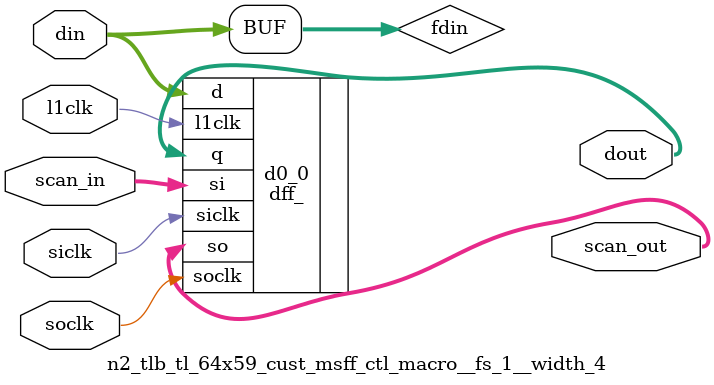
<source format=v>
module n2_tlb_tl_64x59_cust (
  l2clk, 
  scan_in, 
  tcu_pce_ov, 
  pce, 
  tcu_aclk, 
  tcu_bclk, 
  tcu_se_scancollar_in, 
  tcu_se_scancollar_out, 
  tcu_array_wr_inhibit, 
  tcu_scan_en, 
  disable_clear_ubit, 
  scan_out, 
  tlb_bypass, 
  tlb_wr_vld, 
  tlb_rd_vld, 
  tlb_cam_vld, 
  tlb_rw_index, 
  tlb_rw_index_vld, 
  tlb_demap, 
  tlb_demap_context, 
  tlb_demap_all, 
  tlb_demap_real, 
  tte_tag, 
  tte_ubit, 
  tte_page_size_mask, 
  tte_data, 
  tlb_va, 
  cache_ptag_w0, 
  cache_ptag_w1, 
  cache_ptag_w2, 
  cache_ptag_w3, 
  cache_ptag_w4, 
  cache_ptag_w5, 
  cache_ptag_w6, 
  cache_ptag_w7, 
  cache_set_vld, 
  cache_way_hit, 
  cache_hit, 
  tlb_cam_hit, 
  tlb_cam_mhit, 
  tlb_context0_hit, 
  tlb_pgnum_crit, 
  tlb_pgnum, 
  tlb_tte_data, 
  tlb_tte_tag, 
  tlb_tte_u_bit, 
  tlb_tte_data_parity) ;
wire pce_ov;
wire stop;
wire siclk;
wire soclk;
wire se;
wire l1clk_in;
wire l1clk_free;
wire [73:0] cam_ctl_lat_scanin;
wire [73:0] cam_ctl_lat_scanout;
wire [65:0] tte_tag_1;
wire tte_ubit_1;
wire tlb_wr_1_in_unused;
wire tlb_rd_1_unused;
wire tlb_cam_1_in;
wire demap_1_in;
wire demap_context_1;
wire demap_all_1;
wire demap_real_1;
wire [73:0] lat_l_unused;
wire [65:0] tte_tag_1_dout;
wire tte_ubit_1_unused;
wire tlb_wr_1_in_dout;
wire tlb_rd_1_in_dout;
wire tlb_cam_1_in_dout;
wire demap_1_in_unused;
wire demap_context_1_unused;
wire demap_all_1_unused;
wire demap_real_1_unused;
wire [73:0] dout_l_unused;
wire demap_page_1_unused;
wire wr_inhibit_;
wire tlb_wr_1_dout;
wire tlb_rd_1_dout;
wire tlb_cam_1;
wire tlb_cam_1_dout;
wire demap_1;
wire [2:0] page_size_mask_reg_scanin;
wire [2:0] page_size_mask_reg_scanout;
wire [2:0] tte_page_size_mask_1;
wire disable_clear_ubit_reg_scanin;
wire disable_clear_ubit_reg_scanout;
wire disable_clear_ubit_1_in;
wire disable_clear_ubit_1;
wire tlb_bypass_reg_scanin;
wire tlb_bypass_reg_scanout;
wire tlb_bypass_1;
wire [1:0] vaddr_reg_scanin;
wire [1:0] vaddr_reg_scanout;
wire [12:11] va_1;
wire [37:0] tte_data_reg_scanin;
wire [37:0] tte_data_reg_scanout;
wire [37:0] tte_data_1;
wire [5:0] tlb_replacement_index;
wire [5:0] rw_index_0;
wire [5:0] rw_index_reg_scanin;
wire [5:0] rw_index_reg_scanout;
wire [5:0] rw_index_1;
wire rw_index_vld_reg_scanin;
wire rw_index_vld_reg_scanout;
wire rw_index_vld_unused;
wire [39:11] pa_1;
wire tlb_cam_hit_1;
wire l1clk_out;
wire [2:0] tlb_cam_hit_reg_scanin;
wire [2:0] tlb_cam_hit_reg_scanout;
wire multiple_match;
wire context0_hit;
wire tlb_cam_mhit_b;
wire [26:0] pa_reg_scanin;
wire [26:0] pa_reg_scanout;
wire [39:13] pa_2;
wire [37:0] tte_data_out_reg_scanin;
wire [37:0] tte_data_out_reg_scanout;
wire [37:0] rd_tte_data;
wire [65:0] rd_tte_tag;
wire [65:0] rd_tte_tag_b;
wire [65:0] tte_tag_out_reg_scanin;
wire [65:0] tte_tag_out_reg_scanout;
wire [65:0] tlb_tte_tag_b;
wire rd_tte_u_bit;
wire rd_tte_u_bit_b;
wire tte_u_bit_out_reg_scanin;
wire tte_u_bit_out_reg_scanout;
wire tlb_tte_u_bit_b;
wire [7:0] cache_way_hit_in;
wire [7:0] cache_way_hit_in_b;
wire [7:0] cache_way_hit_reg_scanin;
wire [7:0] cache_way_hit_reg_scanout;
wire [7:0] cache_way_hit_b;
wire data_parity_0;
wire [3:0] mm_debug_reg_scanin;
wire [3:0] mm_debug_reg_scanout;
wire [3:0] mm_debug;
wire tag_read_mux_control;




input		l2clk;
input		scan_in;
input		tcu_pce_ov;
input 		pce;
input		tcu_aclk;
input		tcu_bclk;
input		tcu_se_scancollar_in;
input		tcu_se_scancollar_out;
input		tcu_array_wr_inhibit;
input		tcu_scan_en ;
input		disable_clear_ubit;
output		scan_out;

input		tlb_bypass;
input		tlb_wr_vld;
input		tlb_rd_vld;
input		tlb_cam_vld;
input	[5:0]	tlb_rw_index;
input		tlb_rw_index_vld;
input		tlb_demap;
input		tlb_demap_context;
input		tlb_demap_all;
input		tlb_demap_real;

input	[65:0]	tte_tag;
input		tte_ubit;
input	[2:0]	tte_page_size_mask;
input	[37:0]	tte_data;
input	[12:11]	tlb_va;		// Incoming VA

// Cache tag compare
input	[39:11]	cache_ptag_w0;
input	[39:11]	cache_ptag_w1;
input	[39:11]	cache_ptag_w2;
input	[39:11]	cache_ptag_w3;
input	[39:11]	cache_ptag_w4;
input	[39:11]	cache_ptag_w5;
input	[39:11]	cache_ptag_w6;
input	[39:11]	cache_ptag_w7;
input	[7:0]	cache_set_vld;

output	[7:0]	cache_way_hit;
output		cache_hit;
output		tlb_cam_hit;
output		tlb_cam_mhit;
output		tlb_context0_hit;
output	[39:13]	tlb_pgnum_crit; 	// PA unflopped
output	[39:13]	tlb_pgnum;	 	// PA flopped
output	[37:0]	tlb_tte_data;
output	[65:0]	tlb_tte_tag;
output		tlb_tte_u_bit;
output		tlb_tte_data_parity;

`ifndef FPGA
// syno psys translate_off
`endif

assign pce_ov = tcu_pce_ov;
assign stop   = 1'b0;
assign siclk  = tcu_aclk ;
assign soclk  = tcu_bclk;
assign se     = tcu_scan_en;


// 0in bits_on -var {tlb_wr_vld,tlb_rd_vld,tlb_cam_vld,tlb_demap} -max 1
// 0in bits_on -var {tlb_demap_context,tlb_demap_all,tlb_demap_real} -max 1
// 0in bits_on -var {tlb_cam_vld,tlb_bypass} -max 1
// 0in assert -var (~(tlb_demap_context & ~tlb_demap)) -message "Cannot asert tlb_demap_context without tlb_demap"
// 0in assert -var (~(tlb_demap_all     & ~tlb_demap)) -message "Cannot asert tlb_demap_all     without tlb_demap"
// 0in assert -var (~(tlb_demap_real    & ~tlb_demap)) -message "Cannot asert tlb_demap_real    without tlb_demap"
// 0in known_driven -var tlb_cam_hit


///////////////////////////////////////////////////////////////
// Input flops
///////////////////////////////////////////////////////////////

n2_tlb_tl_64x59_cust_l1clkhdr_ctl_macro in_clken (
 .l2clk(l2clk),
 .l1en(pce),
 .se(tcu_se_scancollar_in),
 .l1clk(l1clk_in),
  .pce_ov(pce_ov),
  .stop(stop)
);

n2_tlb_tl_64x59_cust_l1clkhdr_ctl_macro free_clken (
 .l2clk(l2clk),
 .l1en(pce),
 .se(se),
 .l1clk(l1clk_free),
  .pce_ov(pce_ov),
  .stop(stop)
);

// Put all the CAM controls and data in one latch to avoid races
// Doesn't really matter any more... also this gets split up in 
// gate level model
n2_tlb_tl_64x59_cust_sram_msff_mo_macro__fs_1__width_74 cam_ctl_lat   (
 .scan_in(cam_ctl_lat_scanin[73:0]),
 .scan_out(cam_ctl_lat_scanout[73:0]),
 .l1clk	(l1clk_in),
 .and_clk(l1clk_free),
//	            73:8      7        6
 .d	({tte_tag  [65:0],tte_ubit  ,tlb_wr_vld ,
//               5      4             3         2
	  tlb_rd_vld,tlb_cam_vld ,tlb_demap ,tlb_demap_context,
//	         1          0
	  tlb_demap_all,tlb_demap_real}),
 .mq	({tte_tag_1[65:0],tte_ubit_1,tlb_wr_1_in_unused,
	  tlb_rd_1_unused ,tlb_cam_1_in,demap_1_in,demap_context_1  ,
	  demap_all_1  ,demap_real_1  }),
 .mq_l	(lat_l_unused[73:0]),
// NOTE:  Some signals on dout port ARE used by bench (itlb_wr.v)!
 .q	({tte_tag_1_dout[65:0],tte_ubit_1_unused,tlb_wr_1_in_dout,
	  tlb_rd_1_in_dout,tlb_cam_1_in_dout,demap_1_in_unused,demap_context_1_unused  ,
	  demap_all_1_unused  ,demap_real_1_unused  }),
 .q_l	(dout_l_unused[73:0]),
  .siclk(siclk),
  .soclk(soclk)
);

// This is strictly for DV
assign demap_page_1_unused =
       demap_1_in_unused & ~demap_context_1_unused & ~demap_all_1_unused & 
       ~demap_real_1_unused;

n2_tlb_tl_64x59_cust_inv_macro__width_1 wr_inhibit_b_inv  (
 .din(tcu_array_wr_inhibit),
 .dout(wr_inhibit_)
);				  

n2_tlb_tl_64x59_cust_and_macro__ports_2__width_1 tlb_wr_dout_and   (
 .din0(tlb_wr_1_in_dout),
 .din1(wr_inhibit_),
 .dout(tlb_wr_1_dout)
);				  

n2_tlb_tl_64x59_cust_and_macro__ports_2__width_1 tlb_rd_dout_and   (
 .din0(tlb_rd_1_in_dout),
 .din1(wr_inhibit_),
 .dout(tlb_rd_1_dout)
);				  

n2_tlb_tl_64x59_cust_and_macro__ports_2__width_1 tlb_cam_and   (
 .din0(tlb_cam_1_in),
 .din1(wr_inhibit_),
 .dout(tlb_cam_1)
);				  

n2_tlb_tl_64x59_cust_and_macro__ports_2__width_1 tlb_cam_dout_and   (
 .din0(tlb_cam_1_in_dout),
 .din1(wr_inhibit_),
 .dout(tlb_cam_1_dout)
);				  

n2_tlb_tl_64x59_cust_and_macro__ports_2__width_1 demap_and   (
 .din0(demap_1_in),
 .din1(wr_inhibit_),
 .dout(demap_1)
);				  

n2_tlb_tl_64x59_cust_msff_ctl_macro__fs_1__width_3 page_size_mask_reg   (
 .scan_in(page_size_mask_reg_scanin[2:0]),
 .scan_out(page_size_mask_reg_scanout[2:0]),
 .l1clk(l1clk_in),
 .din(tte_page_size_mask[2:0]),
 .dout(tte_page_size_mask_1[2:0]),
  .siclk(siclk),
  .soclk(soclk)
);

n2_tlb_tl_64x59_cust_msff_ctl_macro__width_1 disable_clear_ubit_reg  (
 .scan_in(disable_clear_ubit_reg_scanin),
 .scan_out(disable_clear_ubit_reg_scanout),
 .l1clk(l1clk_in),
 .din(disable_clear_ubit),
 .dout(disable_clear_ubit_1_in),
  .siclk(siclk),
  .soclk(soclk)
);

n2_tlb_tl_64x59_cust_and_macro__ports_2__width_1 disable_clear_ubit_and   (
 .din0(disable_clear_ubit_1_in),
 .din1(wr_inhibit_),
 .dout(disable_clear_ubit_1)
);				  

n2_tlb_tl_64x59_cust_msff_ctl_macro__width_1 tlb_bypass_reg  (
 .scan_in(tlb_bypass_reg_scanin),
 .scan_out(tlb_bypass_reg_scanout),
 .l1clk(l1clk_in),
 .din(tlb_bypass),
 .dout(tlb_bypass_1),
  .siclk(siclk),
  .soclk(soclk)
);

n2_tlb_tl_64x59_cust_msff_ctl_macro__fs_1__width_2 vaddr_reg   (
 .scan_in(vaddr_reg_scanin[1:0]),
 .scan_out(vaddr_reg_scanout[1:0]),
 .l1clk(l1clk_in),
 .din(tlb_va[12:11]),
 .dout(va_1[12:11]),
  .siclk(siclk),
  .soclk(soclk)
);

n2_tlb_tl_64x59_cust_msff_ctl_macro__fs_1__width_38 tte_data_reg   (
 .scan_in(tte_data_reg_scanin[37:0]),
 .scan_out(tte_data_reg_scanout[37:0]),
 .l1clk(l1clk_in),
 .din(tte_data[37:0]),
 .dout(tte_data_1[37:0]),
  .siclk(siclk),
  .soclk(soclk)
);


/////////////////////////////////////////////////////////////////////      
// Write index muxing
//////////////////////////////////////////////////////////////////////

n2_tlb_tl_64x59_cust_mux_macro__mux_aope__ports_2__width_6 rw_index_mux    (
 .din0	(tlb_rw_index[5:0]),
 .din1	(tlb_replacement_index[5:0]),
 .sel0	(tlb_rw_index_vld),
 .dout	(rw_index_0[5:0])	
);

// The output of this flop is used by the bench (dtlb_wr.vpal)
n2_tlb_tl_64x59_cust_msff_ctl_macro__fs_1__width_6 rw_index_reg   (
 .scan_in(rw_index_reg_scanin[5:0]),
 .scan_out(rw_index_reg_scanout[5:0]),
 .l1clk(l1clk_in),
 .din(rw_index_0[5:0]),
 .dout(rw_index_1[5:0]),
  .siclk(siclk),
  .soclk(soclk)
);

// This flop is here to mirror the circuit; it has no functional purpose;
// just want it here for 'debug' even though this signal
// is flopped outside the circuit
n2_tlb_tl_64x59_cust_msff_ctl_macro__width_1 rw_index_vld_reg  (
 .scan_in(rw_index_vld_reg_scanin),
 .scan_out(rw_index_vld_reg_scanout),
 .l1clk(l1clk_in),
 .din(tlb_rw_index_vld),
 .dout(rw_index_vld_unused),
  .siclk(siclk),
  .soclk(soclk)
);


/////////////////////////////////////////////////////////////////////      
// Array behavioral
/////////////////////////////////////////////////////////////////////      

n2_tlb_tl_64x59_array array (
// Inputs
	.l1clk		(l1clk_free),
	.tlb_bypass	(tlb_bypass_1),
	.tlb_wr_flopped	(tlb_wr_1_dout),
	.tlb_rd_flopped	(tlb_rd_1_dout),
	.rw_index	(rw_index_1[5:0]),
	.tlb_cam	(tlb_cam_1),
	.tlb_cam_flopped(tlb_cam_1_dout),
	.disable_clear_ubit(disable_clear_ubit_1),
	.demap		(demap_1),
	.demap_context	(demap_context_1),
	.demap_all	(demap_all_1),
	.demap_real	(demap_real_1),
	.tte_tag	(tte_tag_1[65:0]),
	.tte_tag_flopped(tte_tag_1_dout[65:0]),
	.tte_ubit	(tte_ubit_1),			     
	.tte_page_size_mask(tte_page_size_mask_1[2:0]),
	.tte_data	(tte_data_1[37:0]),
	.va		(va_1[12:11]),
// Outputs
	.pa		(pa_1[39:11]),
	.tlb_cam_hit	(tlb_cam_hit_1),
  .tag_read_mux_control(tag_read_mux_control),
  .context0_hit(context0_hit),
  .multiple_match(multiple_match),
  .rd_tte_data(rd_tte_data[37:0]),
  .rd_tte_tag(rd_tte_tag[65:0]),
  .rd_tte_u_bit(rd_tte_u_bit),
  .tlb_replacement_index(tlb_replacement_index[5:0])
);

// Unflopped output
assign tlb_pgnum_crit[39:13] = pa_1[39:13];

//////////////////////////////////////////////////
// Flop the output data
//////////////////////////////////////////////////

n2_tlb_tl_64x59_cust_l1clkhdr_ctl_macro out_clken (
 .l2clk(l2clk),
 .l1en(pce),
 .se(tcu_se_scancollar_out),
 .l1clk(l1clk_out),
  .pce_ov(pce_ov),
  .stop(stop)
);

n2_tlb_tl_64x59_cust_msff_ctl_macro__fs_1__width_3 tlb_cam_hit_reg   (
 .scan_in(tlb_cam_hit_reg_scanin[2:0]),
 .scan_out(tlb_cam_hit_reg_scanout[2:0]),
 .l1clk(l1clk_out),
 .din({tlb_cam_hit_1,multiple_match,context0_hit}),
 .dout({tlb_cam_hit,tlb_cam_mhit,tlb_context0_hit}),
  .siclk(siclk),
  .soclk(soclk)
);

n2_tlb_tl_64x59_cust_inv_macro__width_1 tlb_cam_mhit_b_inv  (
 .din(tlb_cam_mhit),
 .dout(tlb_cam_mhit_b)
);					

n2_tlb_tl_64x59_cust_msff_ctl_macro__fs_1__width_27 pa_reg   (
 .scan_in(pa_reg_scanin[26:0]),
 .scan_out(pa_reg_scanout[26:0]),
 .l1clk(l1clk_out),
 .din(pa_1[39:13]),
 .dout(pa_2[39:13]),
  .siclk(siclk),
  .soclk(soclk)
);

assign tlb_pgnum[39:13] = pa_2[39:13];

n2_tlb_tl_64x59_cust_msff_ctl_macro__fs_1__width_38 tte_data_out_reg   (
 .scan_in(tte_data_out_reg_scanin[37:0]),
 .scan_out(tte_data_out_reg_scanout[37:0]),
 .l1clk(l1clk_out),
 .din(rd_tte_data[37:0]),
 .dout(tlb_tte_data[37:0]),
  .siclk(siclk),
  .soclk(soclk)
);

n2_tlb_tl_64x59_cust_inv_macro__stack_66c__width_66 rd_tte_tag_b_inv   (
 .din(rd_tte_tag[65:0]),
 .dout(rd_tte_tag_b[65:0])
);					

n2_tlb_tl_64x59_cust_msff_ctl_macro__fs_1__width_66 tte_tag_out_reg   (
 .scan_in(tte_tag_out_reg_scanin[65:0]),
 .scan_out(tte_tag_out_reg_scanout[65:0]),
 .l1clk(l1clk_out),
 .din(rd_tte_tag_b[65:0]),
 .dout(tlb_tte_tag_b[65:0]),
  .siclk(siclk),
  .soclk(soclk)
);

n2_tlb_tl_64x59_cust_inv_macro__stack_66c__width_66 tlb_tte_tag_inv   (
 .din(tlb_tte_tag_b[65:0]),
 .dout(tlb_tte_tag[65:0])
);					

n2_tlb_tl_64x59_cust_inv_macro__width_1 rd_tte_u_bit_b_inv  (
 .din(rd_tte_u_bit),
 .dout(rd_tte_u_bit_b)
);

n2_tlb_tl_64x59_cust_msff_ctl_macro__width_1 tte_u_bit_out_reg  (
 .scan_in(tte_u_bit_out_reg_scanin),
 .scan_out(tte_u_bit_out_reg_scanout),
 .l1clk(l1clk_out),
 .din(rd_tte_u_bit_b),
 .dout(tlb_tte_u_bit_b),
  .siclk(siclk),
  .soclk(soclk)
);

n2_tlb_tl_64x59_cust_inv_macro__width_1 tlb_tte_u_bit_inv  (
 .din(tlb_tte_u_bit_b),
 .dout(tlb_tte_u_bit)
);

///////////////////////////////////////////////////////////////
// Tag compare logic
///////////////////////////////////////////////////////////////

n2_tlb_tl_64x59_cust_cmp_macro__width_32 way0_cmp  (
	.din0	({cache_ptag_w0[39:11],cache_set_vld[0],1'b0          , 1'b0}),
	.din1	({pa_1[39:11],         1'b1,            1'b0          , 1'b0}),
	.dout	(cache_way_hit_in[0])
);
n2_tlb_tl_64x59_cust_cmp_macro__width_32 way1_cmp  (
	.din0	({cache_ptag_w1[39:11],cache_set_vld[1],1'b0          , 1'b0}),
	.din1	({pa_1[39:11],         1'b1,            1'b0          , 1'b0}),
	.dout	(cache_way_hit_in[1])
);
n2_tlb_tl_64x59_cust_cmp_macro__width_32 way2_cmp  (
	.din0	({cache_ptag_w2[39:11],cache_set_vld[2],1'b0          , 1'b0}),
	.din1	({pa_1[39:11],         1'b1,            1'b0          , 1'b0}),
	.dout	(cache_way_hit_in[2])
);
n2_tlb_tl_64x59_cust_cmp_macro__width_32 way3_cmp  (
	.din0	({cache_ptag_w3[39:11],cache_set_vld[3],1'b0          , 1'b0}),
	.din1	({pa_1[39:11],         1'b1,            1'b0          , 1'b0}),
	.dout	(cache_way_hit_in[3])
);
n2_tlb_tl_64x59_cust_cmp_macro__width_32 way4_cmp  (
	.din0	({cache_ptag_w4[39:11],cache_set_vld[4],1'b0          , 1'b0}),
	.din1	({pa_1[39:11],         1'b1,            1'b0          , 1'b0}),
	.dout	(cache_way_hit_in[4])
);
n2_tlb_tl_64x59_cust_cmp_macro__width_32 way5_cmp  (
	.din0	({cache_ptag_w5[39:11],cache_set_vld[5],1'b0          , 1'b0}),
	.din1	({pa_1[39:11],         1'b1,            1'b0          , 1'b0}),
	.dout	(cache_way_hit_in[5])
);
n2_tlb_tl_64x59_cust_cmp_macro__width_32 way6_cmp  (
	.din0	({cache_ptag_w6[39:11],cache_set_vld[6],1'b0          , 1'b0}),
	.din1	({pa_1[39:11],         1'b1,            1'b0          , 1'b0}),
	.dout	(cache_way_hit_in[6])
);
n2_tlb_tl_64x59_cust_cmp_macro__width_32 way7_cmp  (
	.din0	({cache_ptag_w7[39:11],cache_set_vld[7],1'b0          , 1'b0}),
	.din1	({pa_1[39:11],         1'b1,            1'b0          , 1'b0}),
	.dout	(cache_way_hit_in[7])
);

n2_tlb_tl_64x59_cust_inv_macro__width_8 cache_way_hit_in_b_inv  (
 .din(cache_way_hit_in[7:0]),
 .dout(cache_way_hit_in_b[7:0])
);

n2_tlb_tl_64x59_cust_msff_ctl_macro__fs_1__width_8 cache_way_hit_reg   (
 .scan_in(cache_way_hit_reg_scanin[7:0]),
 .scan_out(cache_way_hit_reg_scanout[7:0]),
 .l1clk(l1clk_out),
 .din(cache_way_hit_in_b[7:0]),
 .dout(cache_way_hit_b[7:0]),
  .siclk(siclk),
  .soclk(soclk)
);

n2_tlb_tl_64x59_cust_inv_macro__width_8 cache_way_hit_inv  (
 .din(cache_way_hit_b[7:0]),
 .dout(cache_way_hit[7:0])
);

n2_tlb_tl_64x59_cust_mux_macro__mux_aonpe__ports_8__width_1 cache_hit_or    (
	.din0	(cache_way_hit[0]),
	.din1	(cache_way_hit[1]),
	.din2	(cache_way_hit[2]),
	.din3	(cache_way_hit[3]),
	.din4	(cache_way_hit[4]),
	.din5	(cache_way_hit[5]),
	.din6	(cache_way_hit[6]),
	.din7	(cache_way_hit[7]),
	.sel0	(tlb_cam_mhit_b),
	.sel1	(tlb_cam_mhit_b),
	.sel2	(tlb_cam_mhit_b),
	.sel3	(tlb_cam_mhit_b),
	.sel4	(tlb_cam_mhit_b),
	.sel5	(tlb_cam_mhit_b),
	.sel6	(tlb_cam_mhit_b),
	.sel7	(tlb_cam_mhit_b),
	.dout	(cache_hit)	
);

///////////////////////////////////////////////////////////////
// Parity checks for data
///////////////////////////////////////////////////////////////

n2_tlb_tl_64x59_cust_prty_macro__width_32 dprty0  (
	.din	(tlb_tte_data[31:0]),
	.dout	(data_parity_0)
);
n2_tlb_tl_64x59_cust_prty_macro__width_8 dprty1  (
	.din	({2'b00,tlb_tte_data[36:32],data_parity_0}),
	.dout	(tlb_tte_data_parity)
);



// Flops for circuit use

n2_tlb_tl_64x59_cust_msff_ctl_macro__fs_1__width_4 mm_debug_reg   (
 .scan_in(mm_debug_reg_scanin[3:0]),
 .scan_out(mm_debug_reg_scanout[3:0]),
 .l1clk(l1clk_in),
 .din(mm_debug[3:0]),
 .dout(mm_debug[3:0]),
  .siclk(siclk),
  .soclk(soclk)
);

assign tag_read_mux_control = mm_debug[3];


supply0 vss; // <- port for ground
supply1 vdd; // <- port for power 
// Fullscan hookups begin
assign tte_data_reg_scanin	    [0] = scan_in			     ;
assign tte_data_reg_scanin	 [37:1] = tte_data_reg_scanout	      [36:0];

assign vaddr_reg_scanin		    [0] = tte_data_reg_scanout		 [37];
assign vaddr_reg_scanin		    [1] = vaddr_reg_scanout  		 [0];

assign rw_index_reg_scanin	    [5] = vaddr_reg_scanout  		 [1];
assign rw_index_reg_scanin	    [4] = rw_index_reg_scanout 	 [5];
assign rw_index_reg_scanin	    [3] = rw_index_reg_scanout 	 [4];
assign rw_index_reg_scanin	    [0] = rw_index_reg_scanout 	 [3];
assign rw_index_reg_scanin	    [1] = rw_index_reg_scanout 	 [0];
assign rw_index_reg_scanin	    [2] = rw_index_reg_scanout 	 [1];


assign rw_index_vld_reg_scanin	         = rw_index_reg_scanout 	 [2];

assign cam_ctl_lat_scanin	    [6] = rw_index_vld_reg_scanout 	     ;
assign cam_ctl_lat_scanin	    [5] = cam_ctl_lat_scanout	 	 [6];
assign cam_ctl_lat_scanin	    [58] = cam_ctl_lat_scanout	 	 [5];
assign cam_ctl_lat_scanin	 [60:59] = cam_ctl_lat_scanout	      [59:58];
assign cam_ctl_lat_scanin	    [37] = cam_ctl_lat_scanout	 	 [60];
assign cam_ctl_lat_scanin	 [56:38] = cam_ctl_lat_scanout	      [55:37];

assign page_size_mask_reg_scanin    [0] = cam_ctl_lat_scanout	         [56];

assign cam_ctl_lat_scanin           [21] = page_size_mask_reg_scanout    [0];
assign cam_ctl_lat_scanin	 [26:22] = cam_ctl_lat_scanout	      [25:21];

assign page_size_mask_reg_scanin    [1] = cam_ctl_lat_scanout	         [26];

assign cam_ctl_lat_scanin           [27] = page_size_mask_reg_scanout    [1];
assign cam_ctl_lat_scanin	 [29:28] = cam_ctl_lat_scanout	      [28:27];
assign cam_ctl_lat_scanin	    [31] = cam_ctl_lat_scanout	         [29];
assign cam_ctl_lat_scanin	 [33:32] = cam_ctl_lat_scanout	      [32:31];

assign page_size_mask_reg_scanin    [2] = cam_ctl_lat_scanout	         [33];

assign cam_ctl_lat_scanin           [34] = page_size_mask_reg_scanout    [2];
assign cam_ctl_lat_scanin	 [36:35] = cam_ctl_lat_scanout	      [35:34];
assign cam_ctl_lat_scanin	    [57] = cam_ctl_lat_scanout	 	 [36];
assign cam_ctl_lat_scanin	    [3] = cam_ctl_lat_scanout	 	 [57];
assign cam_ctl_lat_scanin	    [4] = cam_ctl_lat_scanout	 	 [3];
assign cam_ctl_lat_scanin	    [61] = cam_ctl_lat_scanout	 	 [4];
assign cam_ctl_lat_scanin	 [73:62] = cam_ctl_lat_scanout	      [72:61];
assign cam_ctl_lat_scanin	    [8] = cam_ctl_lat_scanout	 	 [73];
assign cam_ctl_lat_scanin	 [20:9] = cam_ctl_lat_scanout	      [19:8];

assign mm_debug_reg_scanin	    [3] = cam_ctl_lat_scanout	 	 [20];
assign mm_debug_reg_scanin	 [2:0] = mm_debug_reg_scanout	      [3:1];

assign cam_ctl_lat_scanin	    [7] = mm_debug_reg_scanout	 	 [0];

assign disable_clear_ubit_reg_scanin     = cam_ctl_lat_scanout	 	 [7];

assign cam_ctl_lat_scanin	    [30] = disable_clear_ubit_reg_scanout    ;
assign cam_ctl_lat_scanin	    [0] = cam_ctl_lat_scanout	 	 [30];
assign cam_ctl_lat_scanin	    [2] = cam_ctl_lat_scanout	 	 [0];
assign cam_ctl_lat_scanin	    [1] = cam_ctl_lat_scanout	 	 [2];

assign tlb_bypass_reg_scanin	         = cam_ctl_lat_scanout	 	 [1];

assign tlb_cam_hit_reg_scanin	    [2] = tlb_bypass_reg_scanout 	     ;
assign tlb_cam_hit_reg_scanin	    [0] = tlb_cam_hit_reg_scanout 	 [2];

assign tte_tag_out_reg_scanin	    [22] = tlb_cam_hit_reg_scanout 	 [0];

assign tte_u_bit_out_reg_scanin 	 = tte_tag_out_reg_scanout       [22];

assign tte_tag_out_reg_scanin	    [12] = tte_u_bit_out_reg_scanout 	     ;
assign tte_tag_out_reg_scanin	 [11:0] = tte_tag_out_reg_scanout    [12:1];
assign tte_tag_out_reg_scanin	    [65] = tte_tag_out_reg_scanout 	 [0];
assign tte_tag_out_reg_scanin	 [64:53] = tte_tag_out_reg_scanout    [65:54];
assign tte_tag_out_reg_scanin	    [49] = tte_tag_out_reg_scanout 	 [53];
assign tte_tag_out_reg_scanin       [28] = tte_tag_out_reg_scanout	 [49];
assign tte_tag_out_reg_scanin    [27:23] = tte_tag_out_reg_scanout    [28:24];
assign tte_tag_out_reg_scanin       [21] = tte_tag_out_reg_scanout       [23];
assign tte_tag_out_reg_scanin    [20:13] = tte_tag_out_reg_scanout    [21:14];
assign tte_tag_out_reg_scanin       [48] = tte_tag_out_reg_scanout       [13];
assign tte_tag_out_reg_scanin    [47:29] = tte_tag_out_reg_scanout    [48:30];
assign tte_tag_out_reg_scanin       [52] = tte_tag_out_reg_scanout       [29];
assign tte_tag_out_reg_scanin    [51:50] = tte_tag_out_reg_scanout    [52:51];

assign tte_data_out_reg_scanin      [0] = tte_tag_out_reg_scanout       [50];
assign tte_data_out_reg_scanin   [37:1] = tte_data_out_reg_scanout   [36:0];

assign cache_way_hit_reg_scanin     [0] = tte_data_out_reg_scanout      [37];
assign cache_way_hit_reg_scanin  [7:1] = cache_way_hit_reg_scanout  [6:0];

assign pa_reg_scanin                [0] = cache_way_hit_reg_scanout     [7];
assign pa_reg_scanin             [26:1] = pa_reg_scanout             [25:0];

assign tlb_cam_hit_reg_scanin       [1] = pa_reg_scanout                [26];

assign scan_out                          = tlb_cam_hit_reg_scanout       [1];
// Fullscan hookups end

`ifndef FPGA
// syno psys translate_on
`endif

endmodule






// any PARAMS parms go into naming of macro

module n2_tlb_tl_64x59_cust_l1clkhdr_ctl_macro (
  l2clk, 
  l1en, 
  pce_ov, 
  stop, 
  se, 
  l1clk);


  input l2clk;
  input l1en;
  input pce_ov;
  input stop;
  input se;
  output l1clk;



 

cl_sc1_l1hdr_8x c_0 (


   .l2clk(l2clk),
   .pce(l1en),
   .l1clk(l1clk),
  .se(se),
  .pce_ov(pce_ov),
  .stop(stop)
);



endmodule









//
//   macro for cl_mc1_sram_msff_mo_{16,8,4}x flops
//
//





module n2_tlb_tl_64x59_cust_sram_msff_mo_macro__fs_1__width_74 (
  d, 
  scan_in, 
  l1clk, 
  and_clk, 
  siclk, 
  soclk, 
  mq, 
  mq_l, 
  scan_out, 
  q, 
  q_l);
input [73:0] d;
  input [73:0] scan_in;
input l1clk;
input and_clk;
input siclk;
input soclk;
output [73:0] mq;
output [73:0] mq_l;
  output [73:0] scan_out;
output [73:0] q;
output [73:0] q_l;






new_dlata #(74)  d0_0 (
.d(d[73:0]),
.si(scan_in[73:0]),
.so(scan_out[73:0]),
.l1clk(l1clk),
.and_clk(and_clk),
.siclk(siclk),
.soclk(soclk),
.q(q[73:0]),
.q_l(q_l[73:0]),
.mq(mq[73:0]),
.mq_l(mq_l[73:0])
);










//place::generic_place($width,$stack,$left);

endmodule





//
//   invert macro
//
//





module n2_tlb_tl_64x59_cust_inv_macro__width_1 (
  din, 
  dout);
  input [0:0] din;
  output [0:0] dout;






inv #(1)  d0_0 (
.in(din[0:0]),
.out(dout[0:0])
);









endmodule





//  
//   and macro for ports = 2,3,4
//
//





module n2_tlb_tl_64x59_cust_and_macro__ports_2__width_1 (
  din0, 
  din1, 
  dout);
  input [0:0] din0;
  input [0:0] din1;
  output [0:0] dout;






and2_ #(1)  d0_0 (
.in0(din0[0:0]),
.in1(din1[0:0]),
.out(dout[0:0])
);









endmodule









// any PARAMS parms go into naming of macro

module n2_tlb_tl_64x59_cust_msff_ctl_macro__fs_1__width_3 (
  din, 
  l1clk, 
  scan_in, 
  siclk, 
  soclk, 
  dout, 
  scan_out);
wire [2:0] fdin;

  input [2:0] din;
  input l1clk;
  input [2:0] scan_in;


  input siclk;
  input soclk;

  output [2:0] dout;
  output [2:0] scan_out;
assign fdin[2:0] = din[2:0];






dff_ #(3)  d0_0 (
.l1clk(l1clk),
.siclk(siclk),
.soclk(soclk),
.d(fdin[2:0]),
.si(scan_in[2:0]),
.so(scan_out[2:0]),
.q(dout[2:0])
);












endmodule













// any PARAMS parms go into naming of macro

module n2_tlb_tl_64x59_cust_msff_ctl_macro__width_1 (
  din, 
  l1clk, 
  scan_in, 
  siclk, 
  soclk, 
  dout, 
  scan_out);
wire [0:0] fdin;

  input [0:0] din;
  input l1clk;
  input scan_in;


  input siclk;
  input soclk;

  output [0:0] dout;
  output scan_out;
assign fdin[0:0] = din[0:0];






dff_ #(1)  d0_0 (
.l1clk(l1clk),
.siclk(siclk),
.soclk(soclk),
.d(fdin[0:0]),
.si(scan_in),
.so(scan_out),
.q(dout[0:0])
);












endmodule













// any PARAMS parms go into naming of macro

module n2_tlb_tl_64x59_cust_msff_ctl_macro__fs_1__width_2 (
  din, 
  l1clk, 
  scan_in, 
  siclk, 
  soclk, 
  dout, 
  scan_out);
wire [1:0] fdin;

  input [1:0] din;
  input l1clk;
  input [1:0] scan_in;


  input siclk;
  input soclk;

  output [1:0] dout;
  output [1:0] scan_out;
assign fdin[1:0] = din[1:0];






dff_ #(2)  d0_0 (
.l1clk(l1clk),
.siclk(siclk),
.soclk(soclk),
.d(fdin[1:0]),
.si(scan_in[1:0]),
.so(scan_out[1:0]),
.q(dout[1:0])
);












endmodule













// any PARAMS parms go into naming of macro

module n2_tlb_tl_64x59_cust_msff_ctl_macro__fs_1__width_38 (
  din, 
  l1clk, 
  scan_in, 
  siclk, 
  soclk, 
  dout, 
  scan_out);
wire [37:0] fdin;

  input [37:0] din;
  input l1clk;
  input [37:0] scan_in;


  input siclk;
  input soclk;

  output [37:0] dout;
  output [37:0] scan_out;
assign fdin[37:0] = din[37:0];






dff_ #(38)  d0_0 (
.l1clk(l1clk),
.siclk(siclk),
.soclk(soclk),
.d(fdin[37:0]),
.si(scan_in[37:0]),
.so(scan_out[37:0]),
.q(dout[37:0])
);












endmodule









// general mux macro for pass-gate and and-or muxes with/wout priority encoders
// also for pass-gate with decoder





// any PARAMS parms go into naming of macro

module n2_tlb_tl_64x59_cust_mux_macro__mux_aope__ports_2__width_6 (
  din0, 
  din1, 
  sel0, 
  dout);
wire psel0;
wire psel1;

  input [5:0] din0;
  input [5:0] din1;
  input sel0;
  output [5:0] dout;





cl_dp1_penc2_8x  c0_0 (
 .sel0(sel0),
 .psel0(psel0),
 .psel1(psel1)
);

mux2s #(6)  d0_0 (
  .sel0(psel0),
  .sel1(psel1),
  .in0(din0[5:0]),
  .in1(din1[5:0]),
.dout(dout[5:0])
);









  



endmodule






// any PARAMS parms go into naming of macro

module n2_tlb_tl_64x59_cust_msff_ctl_macro__fs_1__width_6 (
  din, 
  l1clk, 
  scan_in, 
  siclk, 
  soclk, 
  dout, 
  scan_out);
wire [5:0] fdin;

  input [5:0] din;
  input l1clk;
  input [5:0] scan_in;


  input siclk;
  input soclk;

  output [5:0] dout;
  output [5:0] scan_out;
assign fdin[5:0] = din[5:0];






dff_ #(6)  d0_0 (
.l1clk(l1clk),
.siclk(siclk),
.soclk(soclk),
.d(fdin[5:0]),
.si(scan_in[5:0]),
.so(scan_out[5:0]),
.q(dout[5:0])
);












endmodule










module n2_tlb_tl_64x59_array (
  l1clk, 
  disable_clear_ubit, 
  tlb_bypass, 
  tlb_wr_flopped, 
  tlb_rd_flopped, 
  rw_index, 
  tlb_cam, 
  tlb_cam_flopped, 
  demap, 
  demap_context, 
  demap_all, 
  demap_real, 
  tte_tag, 
  tte_tag_flopped, 
  tte_ubit, 
  tte_page_size_mask, 
  tte_data, 
  va, 
  tag_read_mux_control, 
  pa, 
  tlb_cam_hit, 
  context0_hit, 
  multiple_match, 
  rd_tte_data, 
  rd_tte_tag, 
  rd_tte_u_bit, 
  tlb_replacement_index) ;
wire [63:0] ram_wwl;
wire [63:0] ram_rwl;
wire [63:0] valid;
wire [63:0] used;


`define ENTRIES		64
`define INDEX		5

input		l1clk;
input		disable_clear_ubit;

input		tlb_bypass;
input		tlb_wr_flopped;
input		tlb_rd_flopped;
input	[`INDEX:0] rw_index;
input		tlb_cam;
input		tlb_cam_flopped;
input		demap;
input		demap_context;
input		demap_all;
input		demap_real;

input	[65:0]	tte_tag;
input	[65:0]	tte_tag_flopped;
input		tte_ubit;
input	[2:0]	tte_page_size_mask;
input	[37:0]	tte_data;
input	[12:11]	va;		// Incoming VA

input 		tag_read_mux_control;

output	[39:11]	pa;
output		tlb_cam_hit;
output		context0_hit;
output		multiple_match;
output	[37:0]	rd_tte_data;
output	[65:0]	rd_tte_tag;
output		rd_tte_u_bit;
output	[`INDEX:0] tlb_replacement_index;





`define VA_39 40
`define VA_28 29
`define VA_27 28
`define VA_22 23
`define VA_21 21
`define VA_16 16
`define VA_15 15 
`define VA_13 13




n2_tlb_tl_64x59_cam		cam(
  .l1clk(l1clk),
  .tlb_bypass(tlb_bypass),
  .tlb_wr_flopped(tlb_wr_flopped),
  .tlb_rd_flopped(tlb_rd_flopped),
  .rw_index(rw_index[5:0]),
  .tlb_cam(tlb_cam),
  .tlb_cam_flopped(tlb_cam_flopped),
  .demap(demap),
  .demap_context(demap_context),
  .demap_all(demap_all),
  .demap_real(demap_real),
  .tte_tag(tte_tag[65:0]),
  .tte_tag_flopped(tte_tag_flopped[65:0]),
  .tte_page_size_mask(tte_page_size_mask[2:0]),
  .tag_read_mux_control(tag_read_mux_control),
  .tlb_cam_hit(tlb_cam_hit),
  .context0_hit(context0_hit),
  .rd_tte_tag(rd_tte_tag[65:0]),
  .ram_wwl(ram_wwl[63:0]),
  .ram_rwl(ram_rwl[63:0]),
  .valid(valid[63:0]));

n2_tlb_tl_64x59_ram		ram(
	.va		({tte_tag_flopped[`VA_39:`VA_28],
			  tte_tag_flopped[`VA_27:`VA_22],
			  tte_tag_flopped[`VA_21:`VA_16],
			  tte_tag_flopped[`VA_15:`VA_13],
			  va[12:11]}),
  .l1clk(l1clk),
  .tlb_bypass(tlb_bypass),
  .tlb_cam_flopped(tlb_cam_flopped),
  .ram_wwl(ram_wwl[63:0]),
  .ram_rwl(ram_rwl[63:0]),
  .tte_data(tte_data[37:0]),
  .pa(pa[39:11]),
  .rd_tte_data(rd_tte_data[37:0])
);

n2_tlb_tl_64x59_multihit	multihit (
	.tlb_cam_mhit			(multiple_match		),
  .ram_rwl(ram_rwl[63:0]),
  .tlb_bypass(tlb_bypass)
);

n2_tlb_tl_64x59_ubit		ubit(
  .l1clk(l1clk),
  .disable_clear_ubit(disable_clear_ubit),
  .tlb_bypass(tlb_bypass),
  .ram_rwl(ram_rwl[63:0]),
  .ram_wwl(ram_wwl[63:0]),
  .tte_ubit(tte_ubit),
  .tlb_wr_flopped(tlb_wr_flopped),
  .tlb_rd_flopped(tlb_rd_flopped),
  .tlb_cam_flopped(tlb_cam_flopped),
  .used(used[63:0]),
  .rd_tte_u_bit(rd_tte_u_bit));

n2_tlb_tl_64x59_repl_index	repl_index(
  .l1clk(l1clk),
  .used(used[63:0]),
  .valid(valid[63:0]),
  .tlb_replacement_index(tlb_replacement_index[5:0]));


supply0 vss; // <- port for ground
supply1 vdd; // <- port for power 
endmodule


`ifndef FPGA
module n2_tlb_tl_64x59_cam (
  l1clk, 
  tlb_bypass, 
  tlb_wr_flopped, 
  tlb_rd_flopped, 
  rw_index, 
  tlb_cam, 
  tlb_cam_flopped, 
  demap, 
  demap_context, 
  demap_all, 
  demap_real, 
  tte_tag, 
  tte_tag_flopped, 
  tte_page_size_mask, 
  tag_read_mux_control, 
  tlb_cam_hit, 
  context0_hit, 
  rd_tte_tag, 
  ram_wwl, 
  ram_rwl, 
  valid) ;
wire [6:0] rw_index_to_decode;
wire [127:0] decoded_index;
wire [127:64] decoded_index_unused;


`define ENTRIES		64
`define INDEX		5



input		l1clk;

input		tlb_bypass;
input		tlb_wr_flopped;
input		tlb_rd_flopped;
input	[`INDEX:0] rw_index;
input		tlb_cam;
input		tlb_cam_flopped;
input		demap;
input		demap_context;
input		demap_all;
input		demap_real;

input	[65:0]	tte_tag;
input	[65:0]	tte_tag_flopped;
input	[2:0]	tte_page_size_mask;

input 		tag_read_mux_control;



output		tlb_cam_hit;
output		context0_hit;
output	[65:0]	rd_tte_tag;
output	[`ENTRIES-1:0] ram_wwl;
output	[`ENTRIES-1:0] ram_rwl;
output	[`ENTRIES-1:0] valid;



`define CNTX1_HI 65
`define CNTX1_LO 53
`define PID_HI   52
`define PID_LO   50
`define REAL_BIT 49
`define VA_47    48
`define VA_28    29
`define VA_27    28
`define VA_22    23
`define TTE_VALID 22 
`define VA_21    21
`define VA_16    16
`define VA_15    15 
`define VA_13    13
`define CNTX0_HI 12
`define CNTX0_LO  0



//----------------------------------------------------------------------
// Declarations
//----------------------------------------------------------------------

// local signals

reg 	[12:0] 	context_a	[`ENTRIES-1:0];  // Contexts a and b are
reg 	[12:0] 	context_a_	[`ENTRIES-1:0];  // to be equal at all times
reg 	[12:0] 	context_b	[`ENTRIES-1:0];  // This is NOT context 0 and 1
reg 	[12:0] 	context_b_	[`ENTRIES-1:0];  // This is NOT primary/secondary
reg        	r_bit		[`ENTRIES-1:0];
reg        	r_bit_		[`ENTRIES-1:0];
reg     [47:28] va_47_28	[`ENTRIES-1:0];
reg     [47:28] va_47_28_	[`ENTRIES-1:0];
reg     [27:22] va_27_22	[`ENTRIES-1:0];
reg     [27:22] va_27_22_	[`ENTRIES-1:0];
reg     [21:16] va_21_16	[`ENTRIES-1:0];
reg     [21:16] va_21_16_	[`ENTRIES-1:0];
reg     [15:13] va_15_13	[`ENTRIES-1:0];
reg     [15:13] va_15_13_	[`ENTRIES-1:0];
reg	[2:0]	pid		[`ENTRIES-1:0];
reg	[2:0]	pid_		[`ENTRIES-1:0];
reg 	[`ENTRIES-1:0]	valid;
reg 	[`ENTRIES-1:0]	match_for_sat;
reg 			tlb_cam_hit;
reg 			context0_hit;

integer n;
reg [31:0] n_reg;

reg [`ENTRIES-1:0] va_47_28_match ;
reg [`ENTRIES-1:0] va_27_22_match ;
reg [`ENTRIES-1:0] va_21_16_match ;
reg [`ENTRIES-1:0] va_15_13_match ;
reg [`ENTRIES-1:0] pid_match      ;
reg [`ENTRIES-1:0] real_match     ;
reg [`ENTRIES-1:0] context0_match ;
reg [`ENTRIES-1:0] context1_match ;
reg [`ENTRIES-1:0] context_match  ;
reg [`ENTRIES-1:0] match          ;
reg [`ENTRIES-1:0] ram_wl         ;
reg [65:0] rd_tte_tag;
reg [12:0] a_xnor_tag;
reg [12:0] b_xnor_tag;

reg 	   demap_posedge_l1clk;



`ifndef NOINITMEM
///////////////////////////////////////
// Initialize the arrays.            //
///////////////////////////////////////
initial begin
	for (n = 0; n < `ENTRIES; n = n+1) begin
		context_a	[n] = {13 {1'b0}};
		context_a_	[n] = {13 {1'b1}};
		context_b	[n] = {13 {1'b0}};
		context_b_	[n] = {13 {1'b1}};
		r_bit		[n] = { 1 {1'b0}};
		r_bit_		[n] = { 1 {1'b1}};
		va_47_28	[n] = {20 {1'b0}};
		va_47_28_	[n] = {20 {1'b1}};
		va_27_22	[n] = { 6 {1'b0}};
		va_27_22_	[n] = { 6 {1'b1}};
		va_21_16	[n] = { 6 {1'b0}};
		va_21_16_	[n] = { 6 {1'b1}};
		va_15_13	[n] = { 3 {1'b0}};
		va_15_13_	[n] = { 3 {1'b1}};
		pid		[n] = { 3 {1'b0}};
		pid_		[n] = { 3 {1'b1}};
		valid		[n] = { 1 {1'b0}};
	end // for (n = 0; n < `ENTRIES; n = n+1)
end
`endif



///////////////////////////////////////////////////////////////
// CAM, read
///////////////////////////////////////////////////////////////
always @(posedge l1clk) begin

	demap_posedge_l1clk = demap;
	
	match[`ENTRIES-1:0] = {`ENTRIES {1'b0}};

	if (tlb_cam | demap) begin
		for (n = 0; n < `ENTRIES; n = n + 1) begin
			// Have to represent dual match line architecture...
			// LSB 2 bits of context must both match AND MSB 11 bits must not mismatch
			a_xnor_tag[12:0] =       (context_a	[n] &  tte_tag[`CNTX1_HI:`CNTX1_LO]) |
						 (context_a_	[n] & ~tte_tag[`CNTX1_HI:`CNTX1_LO]) ;
			b_xnor_tag[12:0] =       (context_b	[n] &  tte_tag[`CNTX0_HI:`CNTX0_LO]) |
						 (context_b_	[n] & ~tte_tag[`CNTX0_HI:`CNTX0_LO]) ;
			context1_match[n] = demap_all | demap_real | 
					    (& a_xnor_tag[1:0]) & 
					    (~(| {context_a	[n] & ~tte_tag[`CNTX1_HI:`CNTX1_LO] & 13'h1ffc,
						  context_a_	[n] &  tte_tag[`CNTX1_HI:`CNTX1_LO] & 13'h1ffc}));
			context0_match[n] = demap_all | demap_real |
					    (& b_xnor_tag[1:0]) & 
					    (~(| {context_b	[n] & ~tte_tag[`CNTX0_HI:`CNTX0_LO] & 13'h1ffc,
						  context_b_	[n] &  tte_tag[`CNTX0_HI:`CNTX0_LO] & 13'h1ffc}));
			pid_match[n]      = (~(| {pid		[n] & ~tte_tag[`PID_HI	:`PID_LO  ],
						  pid_		[n] &  tte_tag[`PID_HI	:`PID_LO  ]}));
			real_match[n]     = demap_all | 
					    (~(| {r_bit		[n] & ~tte_tag[`REAL_BIT	  ],
						  r_bit_	[n] &  tte_tag[`REAL_BIT	  ]}));
			va_47_28_match[n] = demap_all | demap_real | demap_context |  
					    (~(| {va_47_28	[n] & ~tte_tag[`VA_47	:`VA_28   ],
						  va_47_28_	[n] &  tte_tag[`VA_47	:`VA_28   ]}));
			va_27_22_match[n] = demap_all | demap_real | demap_context |  
					    (~(| {va_27_22	[n] & ~tte_tag[`VA_27	:`VA_22   ],
						  va_27_22_	[n] &  tte_tag[`VA_27	:`VA_22   ]}));
			va_21_16_match[n] = demap_all | demap_real | demap_context |  
					    (~(| {va_21_16	[n] & ~tte_tag[`VA_21	:`VA_16   ],
						  va_21_16_	[n] &  tte_tag[`VA_21	:`VA_16   ]}));
			va_15_13_match[n] = demap_all | demap_real | demap_context |  
					    (~(| {va_15_13	[n] & ~tte_tag[`VA_15	:`VA_13   ],
						  va_15_13_	[n] &  tte_tag[`VA_15	:`VA_13   ]}));

			context_match[n]  = context0_match[n] | context1_match[n];
			
			match[n] = va_47_28_match[n] & va_27_22_match[n] & va_21_16_match[n] & 
				   va_15_13_match[n] & pid_match[n] & real_match[n] & context_match[n] &
				   valid[n];

		end // for (n = 0; n < `ENTRIES; n = n + 1)
		
		
	end // if (tlb_cam | demap)
	

		
	ram_wl[`ENTRIES-1:0] <= match[`ENTRIES-1:0];
	
end // always @ (posedge l1clk)



///////////////////////////////////////////////////////////////
// Demap, Write, Read
///////////////////////////////////////////////////////////////
always @(negedge l1clk) begin

	// Demap
	if (demap) begin	
		for (n = 0; n < `ENTRIES; n = n + 1) begin
			if (match[n]) begin
				valid[n] <= 1'b0;
			end
		end
	end // if (demap)	

	// Write
	if (tlb_wr_flopped) begin

		for (n = 0; n < `ENTRIES; n = n + 1) begin
			if (ram_wwl[n]) begin
				context_a	[n] <=( tte_tag_flopped[`CNTX1_HI:`CNTX1_LO] & {13 {~tte_tag_flopped[`REAL_BIT]}}) | {11'h00, {2 {tte_tag_flopped[`REAL_BIT]}}};
				context_a_	[n] <=(~tte_tag_flopped[`CNTX1_HI:`CNTX1_LO] & {13 {~tte_tag_flopped[`REAL_BIT]}}) | {11'h00, {2 {tte_tag_flopped[`REAL_BIT]}}};
				pid		[n] <=  tte_tag_flopped[`PID_HI  :`PID_LO  ];
				pid_		[n] <= ~tte_tag_flopped[`PID_HI  :`PID_LO  ];
				r_bit		[n] <=  tte_tag_flopped[`REAL_BIT          ];
				r_bit_		[n] <= ~tte_tag_flopped[`REAL_BIT          ];
				va_47_28	[n] <=  tte_tag_flopped[`VA_47   :`VA_28   ];
				va_47_28_	[n] <= ~tte_tag_flopped[`VA_47   :`VA_28   ];
				va_27_22	[n] <=  tte_tag_flopped[`VA_27   :`VA_22   ] & { 6 {~tte_page_size_mask[2]}};
				va_27_22_	[n] <= ~tte_tag_flopped[`VA_27   :`VA_22   ] & { 6 {~tte_page_size_mask[2]}};
				va_21_16	[n] <=  tte_tag_flopped[`VA_21   :`VA_16   ] & { 6 {~tte_page_size_mask[1]}};
				va_21_16_	[n] <= ~tte_tag_flopped[`VA_21   :`VA_16   ] & { 6 {~tte_page_size_mask[1]}};
				va_15_13	[n] <=  tte_tag_flopped[`VA_15   :`VA_13   ] & { 3 {~tte_page_size_mask[0]}};
				va_15_13_	[n] <= ~tte_tag_flopped[`VA_15   :`VA_13   ] & { 3 {~tte_page_size_mask[0]}};
				context_b	[n] <=( tte_tag_flopped[`CNTX0_HI:`CNTX0_LO] & {13 {~tte_tag_flopped[`REAL_BIT]}}) | {11'h00, {2 {tte_tag_flopped[`REAL_BIT]}}};
				context_b_	[n] <=(~tte_tag_flopped[`CNTX0_HI:`CNTX0_LO] & {13 {~tte_tag_flopped[`REAL_BIT]}}) | {11'h00, {2 {tte_tag_flopped[`REAL_BIT]}}};
				valid 		[n] <=  tte_tag_flopped[`TTE_VALID         ];

				
				
					
			end // if (ram_wwl[n])
		end // for (n = 0; n < `ENTRIES; n = n + 1)
		
	end // if (tlb_wr_flopped)

	// Read	
	if (tlb_rd_flopped) begin
		if (tag_read_mux_control) begin
			rd_tte_tag[`CNTX1_HI:`CNTX1_LO] <= context_a_	[rw_index[`INDEX:0]];
			rd_tte_tag[`PID_HI  :`PID_LO  ] <= pid_		[rw_index[`INDEX:0]];
			rd_tte_tag[`REAL_BIT          ] <= r_bit_	[rw_index[`INDEX:0]];
			rd_tte_tag[`VA_47   :`VA_28   ] <= va_47_28_	[rw_index[`INDEX:0]];
			rd_tte_tag[`VA_27   :`VA_22   ] <= va_27_22_	[rw_index[`INDEX:0]];
			rd_tte_tag[`VA_21   :`VA_16   ] <= va_21_16_	[rw_index[`INDEX:0]];
			rd_tte_tag[`VA_15   :`VA_13   ] <= va_15_13_	[rw_index[`INDEX:0]];
			rd_tte_tag[`CNTX0_HI:`CNTX0_LO] <= context_b_	[rw_index[`INDEX:0]];
		end // if (tag_read_mux_control)
		else begin
			rd_tte_tag[`CNTX1_HI:`CNTX1_LO] <= context_a	[rw_index[`INDEX:0]];
			rd_tte_tag[`PID_HI  :`PID_LO  ] <= pid		[rw_index[`INDEX:0]];
			rd_tte_tag[`REAL_BIT          ] <= r_bit	[rw_index[`INDEX:0]];
			rd_tte_tag[`VA_47   :`VA_28   ] <= va_47_28	[rw_index[`INDEX:0]];
			rd_tte_tag[`VA_27   :`VA_22   ] <= va_27_22	[rw_index[`INDEX:0]];
			rd_tte_tag[`VA_21   :`VA_16   ] <= va_21_16	[rw_index[`INDEX:0]];
			rd_tte_tag[`VA_15   :`VA_13   ] <= va_15_13	[rw_index[`INDEX:0]];
			rd_tte_tag[`CNTX0_HI:`CNTX0_LO] <= context_b	[rw_index[`INDEX:0]];
		end // else: !if(tag_read_mux_control)
		rd_tte_tag[`TTE_VALID         ] <= valid	[rw_index[`INDEX:0]];
	end // if (tlb_rd
	else begin
	        rd_tte_tag[65:0] <= {66 {1'b0}} ;
	end // else: !if(tlb_rd)

end // always @ (negedge l1clk)



///////////////////////////////////////////////////////////////
// Output assignments
///////////////////////////////////////////////////////////////
// Have to hold them to next clock edge

// Read and write address decode
assign rw_index_to_decode[6:0] =
	{1'b0,
//	{rw_index[6],
	rw_index[5:0]};

assign decoded_index[127:0] = 
	{(rw_index_to_decode[6:0] == 7'h7f),
	 (rw_index_to_decode[6:0] == 7'h7e),
	 (rw_index_to_decode[6:0] == 7'h7d),
	 (rw_index_to_decode[6:0] == 7'h7c),
	 (rw_index_to_decode[6:0] == 7'h7b),
	 (rw_index_to_decode[6:0] == 7'h7a),
	 (rw_index_to_decode[6:0] == 7'h79),
	 (rw_index_to_decode[6:0] == 7'h78),
	 (rw_index_to_decode[6:0] == 7'h77),
	 (rw_index_to_decode[6:0] == 7'h76),
	 (rw_index_to_decode[6:0] == 7'h75),
	 (rw_index_to_decode[6:0] == 7'h74),
	 (rw_index_to_decode[6:0] == 7'h73),
	 (rw_index_to_decode[6:0] == 7'h72),
	 (rw_index_to_decode[6:0] == 7'h71),
	 (rw_index_to_decode[6:0] == 7'h70),
	 (rw_index_to_decode[6:0] == 7'h6f),
	 (rw_index_to_decode[6:0] == 7'h6e),
	 (rw_index_to_decode[6:0] == 7'h6d),
	 (rw_index_to_decode[6:0] == 7'h6c),
	 (rw_index_to_decode[6:0] == 7'h6b),
	 (rw_index_to_decode[6:0] == 7'h6a),
	 (rw_index_to_decode[6:0] == 7'h69),
	 (rw_index_to_decode[6:0] == 7'h68),
	 (rw_index_to_decode[6:0] == 7'h67),
	 (rw_index_to_decode[6:0] == 7'h66),
	 (rw_index_to_decode[6:0] == 7'h65),
	 (rw_index_to_decode[6:0] == 7'h64),
	 (rw_index_to_decode[6:0] == 7'h63),
	 (rw_index_to_decode[6:0] == 7'h62),
	 (rw_index_to_decode[6:0] == 7'h61),
	 (rw_index_to_decode[6:0] == 7'h60),
	 (rw_index_to_decode[6:0] == 7'h5f),
	 (rw_index_to_decode[6:0] == 7'h5e),
	 (rw_index_to_decode[6:0] == 7'h5d),
	 (rw_index_to_decode[6:0] == 7'h5c),
	 (rw_index_to_decode[6:0] == 7'h5b),
	 (rw_index_to_decode[6:0] == 7'h5a),
	 (rw_index_to_decode[6:0] == 7'h59),
	 (rw_index_to_decode[6:0] == 7'h58),
	 (rw_index_to_decode[6:0] == 7'h57),
	 (rw_index_to_decode[6:0] == 7'h56),
	 (rw_index_to_decode[6:0] == 7'h55),
	 (rw_index_to_decode[6:0] == 7'h54),
	 (rw_index_to_decode[6:0] == 7'h53),
	 (rw_index_to_decode[6:0] == 7'h52),
	 (rw_index_to_decode[6:0] == 7'h51),
	 (rw_index_to_decode[6:0] == 7'h50),
	 (rw_index_to_decode[6:0] == 7'h4f),
	 (rw_index_to_decode[6:0] == 7'h4e),
	 (rw_index_to_decode[6:0] == 7'h4d),
	 (rw_index_to_decode[6:0] == 7'h4c),
	 (rw_index_to_decode[6:0] == 7'h4b),
	 (rw_index_to_decode[6:0] == 7'h4a),
	 (rw_index_to_decode[6:0] == 7'h49),
	 (rw_index_to_decode[6:0] == 7'h48),
	 (rw_index_to_decode[6:0] == 7'h47),
	 (rw_index_to_decode[6:0] == 7'h46),
	 (rw_index_to_decode[6:0] == 7'h45),
	 (rw_index_to_decode[6:0] == 7'h44),
	 (rw_index_to_decode[6:0] == 7'h43),
	 (rw_index_to_decode[6:0] == 7'h42),
	 (rw_index_to_decode[6:0] == 7'h41),
	 (rw_index_to_decode[6:0] == 7'h40),
	 (rw_index_to_decode[6:0] == 7'h3f),
	 (rw_index_to_decode[6:0] == 7'h3e),
	 (rw_index_to_decode[6:0] == 7'h3d),
	 (rw_index_to_decode[6:0] == 7'h3c),
	 (rw_index_to_decode[6:0] == 7'h3b),
	 (rw_index_to_decode[6:0] == 7'h3a),
	 (rw_index_to_decode[6:0] == 7'h39),
	 (rw_index_to_decode[6:0] == 7'h38),
	 (rw_index_to_decode[6:0] == 7'h37),
	 (rw_index_to_decode[6:0] == 7'h36),
	 (rw_index_to_decode[6:0] == 7'h35),
	 (rw_index_to_decode[6:0] == 7'h34),
	 (rw_index_to_decode[6:0] == 7'h33),
	 (rw_index_to_decode[6:0] == 7'h32),
	 (rw_index_to_decode[6:0] == 7'h31),
	 (rw_index_to_decode[6:0] == 7'h30),
	 (rw_index_to_decode[6:0] == 7'h2f),
	 (rw_index_to_decode[6:0] == 7'h2e),
	 (rw_index_to_decode[6:0] == 7'h2d),
	 (rw_index_to_decode[6:0] == 7'h2c),
	 (rw_index_to_decode[6:0] == 7'h2b),
	 (rw_index_to_decode[6:0] == 7'h2a),
	 (rw_index_to_decode[6:0] == 7'h29),
	 (rw_index_to_decode[6:0] == 7'h28),
	 (rw_index_to_decode[6:0] == 7'h27),
	 (rw_index_to_decode[6:0] == 7'h26),
	 (rw_index_to_decode[6:0] == 7'h25),
	 (rw_index_to_decode[6:0] == 7'h24),
	 (rw_index_to_decode[6:0] == 7'h23),
	 (rw_index_to_decode[6:0] == 7'h22),
	 (rw_index_to_decode[6:0] == 7'h21),
	 (rw_index_to_decode[6:0] == 7'h20),
	 (rw_index_to_decode[6:0] == 7'h1f),
	 (rw_index_to_decode[6:0] == 7'h1e),
	 (rw_index_to_decode[6:0] == 7'h1d),
	 (rw_index_to_decode[6:0] == 7'h1c),
	 (rw_index_to_decode[6:0] == 7'h1b),
	 (rw_index_to_decode[6:0] == 7'h1a),
	 (rw_index_to_decode[6:0] == 7'h19),
	 (rw_index_to_decode[6:0] == 7'h18),
	 (rw_index_to_decode[6:0] == 7'h17),
	 (rw_index_to_decode[6:0] == 7'h16),
	 (rw_index_to_decode[6:0] == 7'h15),
	 (rw_index_to_decode[6:0] == 7'h14),
	 (rw_index_to_decode[6:0] == 7'h13),
	 (rw_index_to_decode[6:0] == 7'h12),
	 (rw_index_to_decode[6:0] == 7'h11),
	 (rw_index_to_decode[6:0] == 7'h10),
	 (rw_index_to_decode[6:0] == 7'h0f),
	 (rw_index_to_decode[6:0] == 7'h0e),
	 (rw_index_to_decode[6:0] == 7'h0d),
	 (rw_index_to_decode[6:0] == 7'h0c),
	 (rw_index_to_decode[6:0] == 7'h0b),
	 (rw_index_to_decode[6:0] == 7'h0a),
	 (rw_index_to_decode[6:0] == 7'h09),
	 (rw_index_to_decode[6:0] == 7'h08),
	 (rw_index_to_decode[6:0] == 7'h07),
	 (rw_index_to_decode[6:0] == 7'h06),
	 (rw_index_to_decode[6:0] == 7'h05),
	 (rw_index_to_decode[6:0] == 7'h04),
	 (rw_index_to_decode[6:0] == 7'h03),
	 (rw_index_to_decode[6:0] == 7'h02),
	 (rw_index_to_decode[6:0] == 7'h01),
	 (rw_index_to_decode[6:0] == 7'h00)};

assign decoded_index_unused[127:64] = decoded_index[127:64];

always @(negedge l1clk) begin
	match_for_sat[`ENTRIES-1:0] <= match[`ENTRIES-1:0]; // For MMU SAT
	tlb_cam_hit <= (| match[`ENTRIES-1:0]) | tlb_bypass | ~tlb_cam;
	context0_hit <= (|(match[`ENTRIES-1:0] & context0_match[`ENTRIES-1:0])) & ~demap_posedge_l1clk;
end // always @ (negedge l1clk)

assign ram_wwl[`ENTRIES-1:0] = 
       decoded_index[`ENTRIES-1:0] & {`ENTRIES {tlb_wr_flopped}};

assign ram_rwl[`ENTRIES-1:0] = 
       (decoded_index[`ENTRIES-1:0] & {`ENTRIES {tlb_rd_flopped }}) |
       (ram_wl       [`ENTRIES-1:0] & {`ENTRIES {tlb_cam_flopped}});





supply0 vss; // <- port for ground
supply1 vdd; // <- port for power 
endmodule
`endif // `ifndef FPGA

`ifdef FPGA
module n2_tlb_tl_64x59_cam(l1clk, tlb_bypass, tlb_wr_flopped, tlb_rd_flopped, 
	rw_index, tlb_cam, tlb_cam_flopped, demap, demap_context, demap_all, 
	demap_real, tte_tag, tte_tag_flopped, tte_page_size_mask, 
	tag_read_mux_control, tlb_cam_hit, context0_hit, rd_tte_tag, ram_wwl, 
	ram_rwl, valid);

	input			l1clk;
	input			tlb_bypass;
	input			tlb_wr_flopped;
	input			tlb_rd_flopped;
	input	[5:0]		rw_index;
	input			tlb_cam;
	input			tlb_cam_flopped;
	input			demap;
	input			demap_context;
	input			demap_all;
	input			demap_real;
	input	[65:0]		tte_tag;
	input	[65:0]		tte_tag_flopped;
	input	[2:0]		tte_page_size_mask;
	input			tag_read_mux_control;
	output			tlb_cam_hit;
	output			context0_hit;
	output	[65:0]		rd_tte_tag;
	output	[(64 - 1):0]	ram_wwl;
	output	[(64 - 1):0]	ram_rwl;
	output	[(64 - 1):0]	valid;

	wire	[6:0]		rw_index_to_decode;
	wire	[127:0]		decoded_index;
	wire	[127:64]	decoded_index_unused;

	reg	[12:0]		context_a[(64 - 1):0];
	reg	[12:0]		context_a_[(64 - 1):0];
	reg	[12:0]		context_b[(64 - 1):0];
	reg	[12:0]		context_b_[(64 - 1):0];
	reg			r_bit[(64 - 1):0];
	reg			r_bit_[(64 - 1):0];
	reg	[47:28]		va_47_28[(64 - 1):0];
	reg	[47:28]		va_47_28_[(64 - 1):0];
	reg	[27:22]		va_27_22[(64 - 1):0];
	reg	[27:22]		va_27_22_[(64 - 1):0];
	reg	[21:16]		va_21_16[(64 - 1):0];
	reg	[21:16]		va_21_16_[(64 - 1):0];
	reg	[15:13]		va_15_13[(64 - 1):0];
	reg	[15:13]		va_15_13_[(64 - 1):0];
	reg	[2:0]		pid[(64 - 1):0];
	reg	[2:0]		pid_[(64 - 1):0];
	reg	[(64 - 1):0]	match_for_sat;
	reg			tlb_cam_hit;
	reg			context0_hit;
	integer			n;
	reg	[31:0]		n_reg;
	reg	[(64 - 1):0]	va_47_28_match;
	reg	[(64 - 1):0]	va_27_22_match;
	reg	[(64 - 1):0]	va_21_16_match;
	reg	[(64 - 1):0]	va_15_13_match;
	reg	[(64 - 1):0]	pid_match;
	reg	[(64 - 1):0]	real_match;
	reg	[(64 - 1):0]	context0_match;
	reg	[(64 - 1):0]	context1_match;
	reg	[(64 - 1):0]	context_match;
	reg	[(64 - 1):0]	match;
	reg	[(64 - 1):0]	ram_wl;
	reg	[65:0]		rd_tte_tag;
	reg	[(64 - 1):0]	valid;
	reg	[12:0]		a_xnor_tag;
	reg	[12:0]		b_xnor_tag;
	reg			demap_posedge_l1clk;
	supply0			vss;
	supply1			vdd;

	assign rw_index_to_decode[6:0] = {1'b0, rw_index[5:0]};
	assign decoded_index[127:0] = {(rw_index_to_decode[6:0] == 7'b1111111), 
		(rw_index_to_decode[6:0] == 7'h7e), (rw_index_to_decode[6:0] ==
		7'h7d), (rw_index_to_decode[6:0] == 7'h7c), 
		(rw_index_to_decode[6:0] == 7'h7b), (rw_index_to_decode[6:0] ==
		7'h7a), (rw_index_to_decode[6:0] == 7'h79), 
		(rw_index_to_decode[6:0] == 7'h78), (rw_index_to_decode[6:0] ==
		7'h77), (rw_index_to_decode[6:0] == 7'h76), 
		(rw_index_to_decode[6:0] == 7'h75), (rw_index_to_decode[6:0] ==
		7'h74), (rw_index_to_decode[6:0] == 7'h73), 
		(rw_index_to_decode[6:0] == 7'h72), (rw_index_to_decode[6:0] ==
		7'h71), (rw_index_to_decode[6:0] == 7'h70), 
		(rw_index_to_decode[6:0] == 7'h6f), (rw_index_to_decode[6:0] ==
		7'h6e), (rw_index_to_decode[6:0] == 7'h6d), 
		(rw_index_to_decode[6:0] == 7'h6c), (rw_index_to_decode[6:0] ==
		7'h6b), (rw_index_to_decode[6:0] == 7'h6a), 
		(rw_index_to_decode[6:0] == 7'h69), (rw_index_to_decode[6:0] ==
		7'h68), (rw_index_to_decode[6:0] == 7'h67), 
		(rw_index_to_decode[6:0] == 7'h66), (rw_index_to_decode[6:0] ==
		7'h65), (rw_index_to_decode[6:0] == 7'h64), 
		(rw_index_to_decode[6:0] == 7'h63), (rw_index_to_decode[6:0] ==
		7'h62), (rw_index_to_decode[6:0] == 7'h61), 
		(rw_index_to_decode[6:0] == 7'h60), (rw_index_to_decode[6:0] ==
		7'h5f), (rw_index_to_decode[6:0] == 7'h5e), 
		(rw_index_to_decode[6:0] == 7'h5d), (rw_index_to_decode[6:0] ==
		7'h5c), (rw_index_to_decode[6:0] == 7'h5b), 
		(rw_index_to_decode[6:0] == 7'h5a), (rw_index_to_decode[6:0] ==
		7'h59), (rw_index_to_decode[6:0] == 7'h58), 
		(rw_index_to_decode[6:0] == 7'h57), (rw_index_to_decode[6:0] ==
		7'h56), (rw_index_to_decode[6:0] == 7'h55), 
		(rw_index_to_decode[6:0] == 7'h54), (rw_index_to_decode[6:0] ==
		7'h53), (rw_index_to_decode[6:0] == 7'h52), 
		(rw_index_to_decode[6:0] == 7'h51), (rw_index_to_decode[6:0] ==
		7'h50), (rw_index_to_decode[6:0] == 7'h4f), 
		(rw_index_to_decode[6:0] == 7'h4e), (rw_index_to_decode[6:0] ==
		7'h4d), (rw_index_to_decode[6:0] == 7'h4c), 
		(rw_index_to_decode[6:0] == 7'h4b), (rw_index_to_decode[6:0] ==
		7'h4a), (rw_index_to_decode[6:0] == 7'h49), 
		(rw_index_to_decode[6:0] == 7'h48), (rw_index_to_decode[6:0] ==
		7'h47), (rw_index_to_decode[6:0] == 7'h46), 
		(rw_index_to_decode[6:0] == 7'h45), (rw_index_to_decode[6:0] ==
		7'h44), (rw_index_to_decode[6:0] == 7'h43), 
		(rw_index_to_decode[6:0] == 7'h42), (rw_index_to_decode[6:0] ==
		7'h41), (rw_index_to_decode[6:0] == 7'h40), 
		(rw_index_to_decode[6:0] == 7'b0111111), 
		(rw_index_to_decode[6:0] == 7'h3e), (rw_index_to_decode[6:0] ==
		7'h3d), (rw_index_to_decode[6:0] == 7'h3c), 
		(rw_index_to_decode[6:0] == 7'h3b), (rw_index_to_decode[6:0] ==
		7'h3a), (rw_index_to_decode[6:0] == 7'h39), 
		(rw_index_to_decode[6:0] == 7'h38), (rw_index_to_decode[6:0] ==
		7'h37), (rw_index_to_decode[6:0] == 7'h36), 
		(rw_index_to_decode[6:0] == 7'h35), (rw_index_to_decode[6:0] ==
		7'h34), (rw_index_to_decode[6:0] == 7'h33), 
		(rw_index_to_decode[6:0] == 7'h32), (rw_index_to_decode[6:0] ==
		7'h31), (rw_index_to_decode[6:0] == 7'h30), 
		(rw_index_to_decode[6:0] == 7'h2f), (rw_index_to_decode[6:0] ==
		7'h2e), (rw_index_to_decode[6:0] == 7'h2d), 
		(rw_index_to_decode[6:0] == 7'h2c), (rw_index_to_decode[6:0] ==
		7'h2b), (rw_index_to_decode[6:0] == 7'h2a), 
		(rw_index_to_decode[6:0] == 7'h29), (rw_index_to_decode[6:0] ==
		7'h28), (rw_index_to_decode[6:0] == 7'h27), 
		(rw_index_to_decode[6:0] == 7'h26), (rw_index_to_decode[6:0] ==
		7'h25), (rw_index_to_decode[6:0] == 7'h24), 
		(rw_index_to_decode[6:0] == 7'h23), (rw_index_to_decode[6:0] ==
		7'h22), (rw_index_to_decode[6:0] == 7'h21), 
		(rw_index_to_decode[6:0] == 7'h20), (rw_index_to_decode[6:0] ==
		7'h1f), (rw_index_to_decode[6:0] == 7'h1e), 
		(rw_index_to_decode[6:0] == 7'h1d), (rw_index_to_decode[6:0] ==
		7'h1c), (rw_index_to_decode[6:0] == 7'h1b), 
		(rw_index_to_decode[6:0] == 7'h1a), (rw_index_to_decode[6:0] ==
		7'h19), (rw_index_to_decode[6:0] == 7'h18), 
		(rw_index_to_decode[6:0] == 7'h17), (rw_index_to_decode[6:0] ==
		7'h16), (rw_index_to_decode[6:0] == 7'h15), 
		(rw_index_to_decode[6:0] == 7'h14), (rw_index_to_decode[6:0] ==
		7'h13), (rw_index_to_decode[6:0] == 7'h12), 
		(rw_index_to_decode[6:0] == 7'h11), (rw_index_to_decode[6:0] ==
		7'h10), (rw_index_to_decode[6:0] == 7'h0f), 
		(rw_index_to_decode[6:0] == 7'h0e), (rw_index_to_decode[6:0] ==
		7'h0d), (rw_index_to_decode[6:0] == 7'h0c), 
		(rw_index_to_decode[6:0] == 7'h0b), (rw_index_to_decode[6:0] ==
		7'h0a), (rw_index_to_decode[6:0] == 7'h09), 
		(rw_index_to_decode[6:0] == 7'h08), (rw_index_to_decode[6:0] ==
		7'h07), (rw_index_to_decode[6:0] == 7'h06), 
		(rw_index_to_decode[6:0] == 7'h05), (rw_index_to_decode[6:0] ==
		7'h04), (rw_index_to_decode[6:0] == 7'h03), 
		(rw_index_to_decode[6:0] == 7'b0000010), 
		(rw_index_to_decode[6:0] == 7'b1), (rw_index_to_decode[6:0] ==
		7'b0)};
	assign decoded_index_unused[127:64] = decoded_index[127:64];
	assign ram_wwl[(64 - 1):0] = (decoded_index[(64 - 1):0] & {64 {
		tlb_wr_flopped}});
	assign ram_rwl[(64 - 1):0] = ((decoded_index[(64 - 1):0] & {64 {
		tlb_rd_flopped}}) | (ram_wl[(64 - 1):0] & {64 {tlb_cam_flopped}}
		));

	initial begin
	  for (n = 0; (n < 64); n = (n + 1)) begin
	    context_a[n] = {13 {1'b0}};
	    context_a_[n] = {13 {1'b1}};
	    context_b[n] = {13 {1'b0}};
	    context_b_[n] = {13 {1'b1}};
	    r_bit[n] = {1 {1'b0}};
	    r_bit_[n] = {1 {1'b1}};
	    va_47_28[n] = {20 {1'b0}};
	    va_47_28_[n] = {20 {1'b1}};
	    va_27_22[n] = {6 {1'b0}};
	    va_27_22_[n] = {6 {1'b1}};
	    va_21_16[n] = {6 {1'b0}};
	    va_21_16_[n] = {6 {1'b1}};
	    va_15_13[n] = {3 {1'b0}};
	    va_15_13_[n] = {3 {1'b1}};
	    pid[n] = {3 {1'b0}};
	    pid_[n] = {3 {1'b1}};
	    valid[n] = {1 {1'b0}};
	  end
	end
	always @(posedge l1clk) begin
	  demap_posedge_l1clk = demap;
	  match[(64 - 1):0] = {64 {1'b0}};
	  if (tlb_cam | demap) begin
	    for (n = 0; (n < 64); n = (n + 1)) begin
	      a_xnor_tag[12:0] = ((context_a[n] & tte_tag[65:53]) | (
		      context_a_[n] & (~tte_tag[65:53])));
	      b_xnor_tag[12:0] = ((context_b[n] & tte_tag[12:0]) | (
		      context_b_[n] & (~tte_tag[12:0])));
	      context1_match[n] = ((demap_all | demap_real) | ((&a_xnor_tag[1:0]
		      ) & (~(|{((context_a[n] & (~tte_tag[65:53])) & 13'h1ffc), 
		      ((context_a_[n] & tte_tag[65:53]) & 13'h1ffc)}))));
	      context0_match[n] = ((demap_all | demap_real) | ((&b_xnor_tag[1:0]
		      ) & (~(|{((context_b[n] & (~tte_tag[12:0])) & 13'h1ffc), 
		      ((context_b_[n] & tte_tag[12:0]) & 13'h1ffc)}))));
	      pid_match[n] = (~(|{(pid[n] & (~tte_tag[52:50])), (pid_[n] &
		      tte_tag[52:50])}));
	      real_match[n] = (demap_all | (~(|{(r_bit[n] & (~tte_tag[49])), 
		      (r_bit_[n] & tte_tag[49])})));
	      va_47_28_match[n] = (((demap_all | demap_real) | demap_context) | 
		      (~(|{(va_47_28[n] & (~tte_tag[48:29])), (va_47_28_[n] &
		      tte_tag[48:29])})));
	      va_27_22_match[n] = (((demap_all | demap_real) | demap_context) | 
		      (~(|{(va_27_22[n] & (~tte_tag[28:23])), (va_27_22_[n] &
		      tte_tag[28:23])})));
	      va_21_16_match[n] = (((demap_all | demap_real) | demap_context) | 
		      (~(|{(va_21_16[n] & (~tte_tag[21:16])), (va_21_16_[n] &
		      tte_tag[21:16])})));
	      va_15_13_match[n] = (((demap_all | demap_real) | demap_context) | 
		      (~(|{(va_15_13[n] & (~tte_tag[15:13])), (va_15_13_[n] &
		      tte_tag[15:13])})));
	      context_match[n] = (context0_match[n] | context1_match[n]);
	      match[n] = (((((((va_47_28_match[n] & va_27_22_match[n]) & 
		      va_21_16_match[n]) & va_15_13_match[n]) & pid_match[n]) & 
		      real_match[n]) & context_match[n]) & valid[n]);
	    end
	  end
	  ram_wl[(64 - 1):0] <= match[(64 - 1):0];
	end
	always @(negedge l1clk) begin
	  if (demap) begin
	    for (n = 0; (n < 64); n = (n + 1)) begin
	      if (match[n]) begin
		valid[n] <= 1'b0;
	      end
	    end
	  end
	  if (tlb_wr_flopped) begin
	    for (n = 0; (n < 64); n = (n + 1)) begin
	      if (ram_wwl[n]) begin
		context_a[n] <= ((tte_tag_flopped[65:53] & {13 {
			(~tte_tag_flopped[49])}}) | {11'b0, {2
			{tte_tag_flopped[49]}}});
		context_a_[n] <= (((~tte_tag_flopped[65:53]) & {13 {
			(~tte_tag_flopped[49])}}) | {11'b0, {2
			{tte_tag_flopped[49]}}});
		pid[n] <= tte_tag_flopped[52:50];
		pid_[n] <= (~tte_tag_flopped[52:50]);
		r_bit[n] <= tte_tag_flopped[49];
		r_bit_[n] <= (~tte_tag_flopped[49]);
		va_47_28[n] <= tte_tag_flopped[48:29];
		va_47_28_[n] <= (~tte_tag_flopped[48:29]);
		va_27_22[n] <= (tte_tag_flopped[28:23] & {6 {
			(~tte_page_size_mask[2])}});
		va_27_22_[n] <= ((~tte_tag_flopped[28:23]) & {6 {
			(~tte_page_size_mask[2])}});
		va_21_16[n] <= (tte_tag_flopped[21:16] & {6 {
			(~tte_page_size_mask[1])}});
		va_21_16_[n] <= ((~tte_tag_flopped[21:16]) & {6 {
			(~tte_page_size_mask[1])}});
		va_15_13[n] <= (tte_tag_flopped[15:13] & {3 {
			(~tte_page_size_mask[0])}});
		va_15_13_[n] <= ((~tte_tag_flopped[15:13]) & {3 {
			(~tte_page_size_mask[0])}});
		context_b[n] <= ((tte_tag_flopped[12:0] & {13 {
			(~tte_tag_flopped[49])}}) | {11'b0, {2
			{tte_tag_flopped[49]}}});
		context_b_[n] <= (((~tte_tag_flopped[12:0]) & {13 {
			(~tte_tag_flopped[49])}}) | {11'b0, {2
			{tte_tag_flopped[49]}}});
		valid[n] <= tte_tag_flopped[22];
	      end
	    end
	  end
	  if (tlb_rd_flopped) begin
	    if (tag_read_mux_control) begin
	      rd_tte_tag[65:53] <= context_a_[rw_index[5:0]];
	      rd_tte_tag[52:50] <= pid_[rw_index[5:0]];
	      rd_tte_tag[49] <= r_bit_[rw_index[5:0]];
	      rd_tte_tag[48:29] <= va_47_28_[rw_index[5:0]];
	      rd_tte_tag[28:23] <= va_27_22_[rw_index[5:0]];
	      rd_tte_tag[21:16] <= va_21_16_[rw_index[5:0]];
	      rd_tte_tag[15:13] <= va_15_13_[rw_index[5:0]];
	      rd_tte_tag[12:0] <= context_b_[rw_index[5:0]];
	    end
	    else
	      begin
		rd_tte_tag[65:53] <= context_a[rw_index[5:0]];
		rd_tte_tag[52:50] <= pid[rw_index[5:0]];
		rd_tte_tag[49] <= r_bit[rw_index[5:0]];
		rd_tte_tag[48:29] <= va_47_28[rw_index[5:0]];
		rd_tte_tag[28:23] <= va_27_22[rw_index[5:0]];
		rd_tte_tag[21:16] <= va_21_16[rw_index[5:0]];
		rd_tte_tag[15:13] <= va_15_13[rw_index[5:0]];
		rd_tte_tag[12:0] <= context_b[rw_index[5:0]];
	      end
	    rd_tte_tag[22] <= valid[rw_index[5:0]];
	  end
	  else
	    begin
	      rd_tte_tag[65:0] <= {66 {1'b0}};
	    end
	end
	always @(negedge l1clk) begin
	  match_for_sat[(64 - 1):0] <= match[(64 - 1):0];
	  tlb_cam_hit <= (((|match[(64 - 1):0]) | tlb_bypass) | (~tlb_cam));
	  context0_hit <= ((|(match[(64 - 1):0] & context0_match[(64 - 1):0])) &
		  (~demap_posedge_l1clk));
	end
endmodule

`endif // `ifdef FPGA


`ifndef FPGA
module n2_tlb_tl_64x59_ram (
  l1clk, 
  tlb_bypass, 
  tlb_cam_flopped, 
  ram_wwl, 
  ram_rwl, 
  tte_data, 
  va, 
  pa, 
  rd_tte_data) ;
wire any_wwl;
wire any_rwl;
wire [37:0] prd_data;
wire [39:13] tte_pa;


`define ENTRIES		64
`define INDEX		5



input		l1clk;

input		tlb_bypass;
input 		tlb_cam_flopped;
input	[`ENTRIES-1:0] ram_wwl;
input	[`ENTRIES-1:0] ram_rwl;

input	[37:0]	tte_data;
input	[39:11]	va;		// Incoming VA



output	[39:11]	pa;
output	[37:0]	rd_tte_data;



`define DATA_PARITY         36
`define DATA_PA_39_28_HI    35
`define DATA_PA_39_28_LO    24
`define DATA_PA_27_22_HI    23
`define DATA_PA_27_22_LO    18
`define DATA_VA_27_22_V     17 
`define DATA_PA_21_16_HI    16
`define DATA_PA_21_16_LO    11
`define DATA_VA_21_16_V     10 
`define DATA_PA_15_13_HI     9
`define DATA_PA_15_13_LO     7
`define DATA_VA_15_13_V      6 
`define DATA_NFO             5 
`define DATA_IE              4 
`define DATA_CP              3 
`define DATA_X               2 
`define DATA_P               1 
`define DATA_W               0 

assign any_wwl =
	| ram_wwl[`ENTRIES-1:0];

assign any_rwl =
	| ram_rwl[`ENTRIES-1:0];



	    
	    
	    
	    
	    
	    
	    
	    
	    

	    
	    
	    
	    
	    
	    
	    
	    
	    








//----------------------------------------------------------------------
// Declarations
//----------------------------------------------------------------------

reg [37:0]  tlb_data_[`ENTRIES-1:0] ;		// this models the data array
						// data stored negative active

integer n;

`ifndef NOINITMEM
///////////////////////////////////////
// Initialize the arrays.            //
///////////////////////////////////////
initial begin
	for (n = 0; n < `ENTRIES; n = n + 1) begin
		tlb_data_[n] = {38 {1'b1}};
	end
	`ifdef ENABLE_DUMPMEM
	if ($test$plusargs("DUMPMEM_DTLB")) begin
		$fsdbDumpMem(tlb_data_, 0, `ENTRIES);
	end
	`endif
end
`endif





///////////////////////////////////////////////////////////////
// Write                                                     // 
///////////////////////////////////////////////////////////////
always @(negedge l1clk) begin

	for (n = 0; n < `ENTRIES; n = n + 1) begin
		if (ram_wwl[n]) begin
			// data stored negative active
			tlb_data_[n] <= ~tte_data[37:0];
			
			
			
			
			//n = `ENTRIES;
			
		end // if (ram_wl[n])
	end // for (n = 0; n < `ENTRIES; n = n + 1)
	
end // always @ (ram_wl[`ENTRIES-1:0])



///////////////////////////////////////////////////////////////
// Read                                                      // 
///////////////////////////////////////////////////////////////

// ram_rwl is now second half cycle signal... so no need to latch
// Only force outputs to X if read and write at same time
// Model multiple hit read accurately:
//    Whenever stored_data==0 is read from a bit by any of wordline,
//    dout is 0.
// Invert data since stored_data is negative active
assign prd_data[37:0] =
        ((~tlb_data_[0] & {38 {ram_rwl[0]}}) |
         (~tlb_data_[1] & {38 {ram_rwl[1]}}) |
         (~tlb_data_[2] & {38 {ram_rwl[2]}}) |
         (~tlb_data_[3] & {38 {ram_rwl[3]}}) |
         (~tlb_data_[4] & {38 {ram_rwl[4]}}) |
         (~tlb_data_[5] & {38 {ram_rwl[5]}}) |
         (~tlb_data_[6] & {38 {ram_rwl[6]}}) |
         (~tlb_data_[7] & {38 {ram_rwl[7]}}) |
         (~tlb_data_[8] & {38 {ram_rwl[8]}}) |
         (~tlb_data_[9] & {38 {ram_rwl[9]}}) |
         (~tlb_data_[10] & {38 {ram_rwl[10]}}) |
         (~tlb_data_[11] & {38 {ram_rwl[11]}}) |
         (~tlb_data_[12] & {38 {ram_rwl[12]}}) |
         (~tlb_data_[13] & {38 {ram_rwl[13]}}) |
         (~tlb_data_[14] & {38 {ram_rwl[14]}}) |
         (~tlb_data_[15] & {38 {ram_rwl[15]}}) |
         (~tlb_data_[16] & {38 {ram_rwl[16]}}) |
         (~tlb_data_[17] & {38 {ram_rwl[17]}}) |
         (~tlb_data_[18] & {38 {ram_rwl[18]}}) |
         (~tlb_data_[19] & {38 {ram_rwl[19]}}) |
         (~tlb_data_[20] & {38 {ram_rwl[20]}}) |
         (~tlb_data_[21] & {38 {ram_rwl[21]}}) |
         (~tlb_data_[22] & {38 {ram_rwl[22]}}) |
         (~tlb_data_[23] & {38 {ram_rwl[23]}}) |
         (~tlb_data_[24] & {38 {ram_rwl[24]}}) |
         (~tlb_data_[25] & {38 {ram_rwl[25]}}) |
         (~tlb_data_[26] & {38 {ram_rwl[26]}}) |
         (~tlb_data_[27] & {38 {ram_rwl[27]}}) |
         (~tlb_data_[28] & {38 {ram_rwl[28]}}) |
         (~tlb_data_[29] & {38 {ram_rwl[29]}}) |
         (~tlb_data_[30] & {38 {ram_rwl[30]}}) |
         (~tlb_data_[31] & {38 {ram_rwl[31]}}) |
         (~tlb_data_[32] & {38 {ram_rwl[32]}}) |
         (~tlb_data_[33] & {38 {ram_rwl[33]}}) |
         (~tlb_data_[34] & {38 {ram_rwl[34]}}) |
         (~tlb_data_[35] & {38 {ram_rwl[35]}}) |
         (~tlb_data_[36] & {38 {ram_rwl[36]}}) |
         (~tlb_data_[37] & {38 {ram_rwl[37]}}) |
         (~tlb_data_[38] & {38 {ram_rwl[38]}}) |
         (~tlb_data_[39] & {38 {ram_rwl[39]}}) |
         (~tlb_data_[40] & {38 {ram_rwl[40]}}) |
         (~tlb_data_[41] & {38 {ram_rwl[41]}}) |
         (~tlb_data_[42] & {38 {ram_rwl[42]}}) |
         (~tlb_data_[43] & {38 {ram_rwl[43]}}) |
         (~tlb_data_[44] & {38 {ram_rwl[44]}}) |
         (~tlb_data_[45] & {38 {ram_rwl[45]}}) |
         (~tlb_data_[46] & {38 {ram_rwl[46]}}) |
         (~tlb_data_[47] & {38 {ram_rwl[47]}}) |
         (~tlb_data_[48] & {38 {ram_rwl[48]}}) |
         (~tlb_data_[49] & {38 {ram_rwl[49]}}) |
         (~tlb_data_[50] & {38 {ram_rwl[50]}}) |
         (~tlb_data_[51] & {38 {ram_rwl[51]}}) |
         (~tlb_data_[52] & {38 {ram_rwl[52]}}) |
         (~tlb_data_[53] & {38 {ram_rwl[53]}}) |
         (~tlb_data_[54] & {38 {ram_rwl[54]}}) |
         (~tlb_data_[55] & {38 {ram_rwl[55]}}) |
         (~tlb_data_[56] & {38 {ram_rwl[56]}}) |
         (~tlb_data_[57] & {38 {ram_rwl[57]}}) |
         (~tlb_data_[58] & {38 {ram_rwl[58]}}) |
         (~tlb_data_[59] & {38 {ram_rwl[59]}}) |
         (~tlb_data_[60] & {38 {ram_rwl[60]}}) |
         (~tlb_data_[61] & {38 {ram_rwl[61]}}) |
         (~tlb_data_[62] & {38 {ram_rwl[62]}}) |
         (~tlb_data_[63] & {38 {ram_rwl[63]}}) );
			   
assign rd_tte_data[37:0] =
	({38 {any_rwl & ~any_wwl       }} & prd_data[37:0]) |
	({38 {any_rwl &  any_wwl & 1'bx}}                 ) ;


      


///////////////////////////////////////////////////////////////
// Construct the physical page number                        //
///////////////////////////////////////////////////////////////
assign tte_pa[39:13] = {rd_tte_data[`DATA_PA_39_28_HI:`DATA_PA_39_28_LO],
                        rd_tte_data[`DATA_PA_27_22_HI:`DATA_PA_27_22_LO],
                        rd_tte_data[`DATA_PA_21_16_HI:`DATA_PA_21_16_LO], 
                        rd_tte_data[`DATA_PA_15_13_HI:`DATA_PA_15_13_LO]};

assign pa[12:11] = va[12:11];

assign pa[15:13] = 
       (~rd_tte_data[`DATA_VA_15_13_V] & tlb_cam_flopped & ~tlb_bypass) ? 
	       tte_pa[15:13] : va[15:13] ;
assign pa[21:16] = 
       (~rd_tte_data[`DATA_VA_21_16_V] & tlb_cam_flopped & ~tlb_bypass) ? 
	       tte_pa[21:16] : va[21:16] ;
assign pa[27:22] = 
       (~rd_tte_data[`DATA_VA_27_22_V] & tlb_cam_flopped & ~tlb_bypass) ? 
	       tte_pa[27:22] : va[27:22] ;
assign pa[39:28] = 
       (tlb_cam_flopped & ~tlb_bypass) ? 
	       tte_pa[39:28] : va[39:28];




supply0 vss; // <- port for ground
supply1 vdd; // <- port for power 

endmodule
`endif // `ifndef FPGA

`ifdef FPGA
module n2_tlb_tl_64x59_ram(l1clk, tlb_bypass, tlb_cam_flopped, ram_wwl, ram_rwl,
	tte_data, va, pa, rd_tte_data);

	input			l1clk;
	input			tlb_bypass;
	input			tlb_cam_flopped;
	input	[(64 - 1):0]	ram_wwl;
	input	[(64 - 1):0]	ram_rwl;
	input	[37:0]		tte_data;
	input	[39:11]		va;
	output	[39:11]		pa;
	output	[37:0]		rd_tte_data;

	wire			any_wwl;
	wire			any_rwl;
	wire	[37:0]		prd_data;
	wire	[39:13]		tte_pa;

	reg	[37:0]		tlb_data_[(64 - 1):0];
	integer			n;
	integer			done;
	supply0			vss;
	supply1			vdd;

	assign any_wwl = (|ram_wwl[(64 - 1):0]);
	assign any_rwl = (|ram_rwl[(64 - 1):0]);
	assign prd_data[37:0] = ((((((((((((((((((((((((((((((((((((((((((((((((
		(((((((((((((((((~tlb_data_[0]) & {38 {ram_rwl[0]}}) | ((~
		tlb_data_[1]) & {38 {ram_rwl[1]}})) | ((~tlb_data_[2]) & {38 {
		ram_rwl[2]}})) | ((~tlb_data_[3]) & {38 {ram_rwl[3]}})) | ((~
		tlb_data_[4]) & {38 {ram_rwl[4]}})) | ((~tlb_data_[5]) & {38 {
		ram_rwl[5]}})) | ((~tlb_data_[6]) & {38 {ram_rwl[6]}})) | ((~
		tlb_data_[7]) & {38 {ram_rwl[7]}})) | ((~tlb_data_[8]) & {38 {
		ram_rwl[8]}})) | ((~tlb_data_[9]) & {38 {ram_rwl[9]}})) | ((~
		tlb_data_[10]) & {38 {ram_rwl[10]}})) | ((~tlb_data_[11]) & {38 
		{ram_rwl[11]}})) | ((~tlb_data_[12]) & {38 {ram_rwl[12]}})) | ((
		~tlb_data_[13]) & {38 {ram_rwl[13]}})) | ((~tlb_data_[14]) & {38
		{ram_rwl[14]}})) | ((~tlb_data_[15]) & {38 {ram_rwl[15]}})) | ((
		~tlb_data_[16]) & {38 {ram_rwl[16]}})) | ((~tlb_data_[17]) & {38
		{ram_rwl[17]}})) | ((~tlb_data_[18]) & {38 {ram_rwl[18]}})) | ((
		~tlb_data_[19]) & {38 {ram_rwl[19]}})) | ((~tlb_data_[20]) & {38
		{ram_rwl[20]}})) | ((~tlb_data_[21]) & {38 {ram_rwl[21]}})) | ((
		~tlb_data_[22]) & {38 {ram_rwl[22]}})) | ((~tlb_data_[23]) & {38
		{ram_rwl[23]}})) | ((~tlb_data_[24]) & {38 {ram_rwl[24]}})) | ((
		~tlb_data_[25]) & {38 {ram_rwl[25]}})) | ((~tlb_data_[26]) & {38
		{ram_rwl[26]}})) | ((~tlb_data_[27]) & {38 {ram_rwl[27]}})) | ((
		~tlb_data_[28]) & {38 {ram_rwl[28]}})) | ((~tlb_data_[29]) & {38
		{ram_rwl[29]}})) | ((~tlb_data_[30]) & {38 {ram_rwl[30]}})) | ((
		~tlb_data_[31]) & {38 {ram_rwl[31]}})) | ((~tlb_data_[32]) & {38
		{ram_rwl[32]}})) | ((~tlb_data_[33]) & {38 {ram_rwl[33]}})) | ((
		~tlb_data_[34]) & {38 {ram_rwl[34]}})) | ((~tlb_data_[35]) & {38
		{ram_rwl[35]}})) | ((~tlb_data_[36]) & {38 {ram_rwl[36]}})) | ((
		~tlb_data_[37]) & {38 {ram_rwl[37]}})) | ((~tlb_data_[38]) & {38
		{ram_rwl[38]}})) | ((~tlb_data_[39]) & {38 {ram_rwl[39]}})) | ((
		~tlb_data_[40]) & {38 {ram_rwl[40]}})) | ((~tlb_data_[41]) & {38
		{ram_rwl[41]}})) | ((~tlb_data_[42]) & {38 {ram_rwl[42]}})) | ((
		~tlb_data_[43]) & {38 {ram_rwl[43]}})) | ((~tlb_data_[44]) & {38
		{ram_rwl[44]}})) | ((~tlb_data_[45]) & {38 {ram_rwl[45]}})) | ((
		~tlb_data_[46]) & {38 {ram_rwl[46]}})) | ((~tlb_data_[47]) & {38
		{ram_rwl[47]}})) | ((~tlb_data_[48]) & {38 {ram_rwl[48]}})) | ((
		~tlb_data_[49]) & {38 {ram_rwl[49]}})) | ((~tlb_data_[50]) & {38
		{ram_rwl[50]}})) | ((~tlb_data_[51]) & {38 {ram_rwl[51]}})) | ((
		~tlb_data_[52]) & {38 {ram_rwl[52]}})) | ((~tlb_data_[53]) & {38
		{ram_rwl[53]}})) | ((~tlb_data_[54]) & {38 {ram_rwl[54]}})) | ((
		~tlb_data_[55]) & {38 {ram_rwl[55]}})) | ((~tlb_data_[56]) & {38
		{ram_rwl[56]}})) | ((~tlb_data_[57]) & {38 {ram_rwl[57]}})) | ((
		~tlb_data_[58]) & {38 {ram_rwl[58]}})) | ((~tlb_data_[59]) & {38
		{ram_rwl[59]}})) | ((~tlb_data_[60]) & {38 {ram_rwl[60]}})) | ((
		~tlb_data_[61]) & {38 {ram_rwl[61]}})) | ((~tlb_data_[62]) & {38
		{ram_rwl[62]}})) | ((~tlb_data_[63]) & {38 {ram_rwl[63]}}));
	assign rd_tte_data[37:0] = (({38 {(any_rwl & (~any_wwl))}} & 
		prd_data[37:0]) | {38 {((any_rwl & any_wwl) & 1'bx)}});
	assign tte_pa[39:13] = {rd_tte_data[35:24], rd_tte_data[23:18], 
		rd_tte_data[16:11], rd_tte_data[9:7]};
	assign pa[12:11] = va[12:11];
	assign pa[15:13] = ((((~rd_tte_data[6]) & tlb_cam_flopped) & (~
		tlb_bypass)) ? tte_pa[15:13] : va[15:13]);
	assign pa[21:16] = ((((~rd_tte_data[10]) & tlb_cam_flopped) & (~
		tlb_bypass)) ? tte_pa[21:16] : va[21:16]);
	assign pa[27:22] = ((((~rd_tte_data[17]) & tlb_cam_flopped) & (~
		tlb_bypass)) ? tte_pa[27:22] : va[27:22]);
	assign pa[39:28] = ((tlb_cam_flopped & (~tlb_bypass)) ? tte_pa[39:28] : 
		va[39:28]);

	initial begin
	  for (n = 0; (n < 64); n = (n + 1)) begin
	    tlb_data_[n] = {38 {1'b1}};
	  end
	end
	always @(negedge l1clk) begin
	  done = 0;
	  for (n = 0; (n < 64); n = (n + 1)) begin
	    if (ram_wwl[n] && (!done)) begin
	      tlb_data_[n] <= (~tte_data[37:0]);
	      done = 1;
	    end
	  end
	end
endmodule

`endif // `ifdef FPGA


module n2_tlb_tl_64x59_multihit (
  ram_rwl, 
  tlb_bypass, 
  tlb_cam_mhit) ;
wire [7:0] sum;
wire multiple_match;
wire unused;


`define ENTRIES		64
//`define INDEX		5


input	[`ENTRIES-1:0] ram_rwl;
input		tlb_bypass;



output		tlb_cam_mhit;





assign sum[7:0] = 
	{{7 {1'b0}}, ram_rwl[0]} +
	{{7 {1'b0}}, ram_rwl[1]} +
	{{7 {1'b0}}, ram_rwl[2]} +
	{{7 {1'b0}}, ram_rwl[3]} +
	{{7 {1'b0}}, ram_rwl[4]} +
	{{7 {1'b0}}, ram_rwl[5]} +
	{{7 {1'b0}}, ram_rwl[6]} +
	{{7 {1'b0}}, ram_rwl[7]} +
	{{7 {1'b0}}, ram_rwl[8]} +
	{{7 {1'b0}}, ram_rwl[9]} +
	{{7 {1'b0}}, ram_rwl[10]} +
	{{7 {1'b0}}, ram_rwl[11]} +
	{{7 {1'b0}}, ram_rwl[12]} +
	{{7 {1'b0}}, ram_rwl[13]} +
	{{7 {1'b0}}, ram_rwl[14]} +
	{{7 {1'b0}}, ram_rwl[15]} +
	{{7 {1'b0}}, ram_rwl[16]} +
	{{7 {1'b0}}, ram_rwl[17]} +
	{{7 {1'b0}}, ram_rwl[18]} +
	{{7 {1'b0}}, ram_rwl[19]} +
	{{7 {1'b0}}, ram_rwl[20]} +
	{{7 {1'b0}}, ram_rwl[21]} +
	{{7 {1'b0}}, ram_rwl[22]} +
	{{7 {1'b0}}, ram_rwl[23]} +
	{{7 {1'b0}}, ram_rwl[24]} +
	{{7 {1'b0}}, ram_rwl[25]} +
	{{7 {1'b0}}, ram_rwl[26]} +
	{{7 {1'b0}}, ram_rwl[27]} +
	{{7 {1'b0}}, ram_rwl[28]} +
	{{7 {1'b0}}, ram_rwl[29]} +
	{{7 {1'b0}}, ram_rwl[30]} +
	{{7 {1'b0}}, ram_rwl[31]} +
	{{7 {1'b0}}, ram_rwl[32]} +
	{{7 {1'b0}}, ram_rwl[33]} +
	{{7 {1'b0}}, ram_rwl[34]} +
	{{7 {1'b0}}, ram_rwl[35]} +
	{{7 {1'b0}}, ram_rwl[36]} +
	{{7 {1'b0}}, ram_rwl[37]} +
	{{7 {1'b0}}, ram_rwl[38]} +
	{{7 {1'b0}}, ram_rwl[39]} +
	{{7 {1'b0}}, ram_rwl[40]} +
	{{7 {1'b0}}, ram_rwl[41]} +
	{{7 {1'b0}}, ram_rwl[42]} +
	{{7 {1'b0}}, ram_rwl[43]} +
	{{7 {1'b0}}, ram_rwl[44]} +
	{{7 {1'b0}}, ram_rwl[45]} +
	{{7 {1'b0}}, ram_rwl[46]} +
	{{7 {1'b0}}, ram_rwl[47]} +
	{{7 {1'b0}}, ram_rwl[48]} +
	{{7 {1'b0}}, ram_rwl[49]} +
	{{7 {1'b0}}, ram_rwl[50]} +
	{{7 {1'b0}}, ram_rwl[51]} +
	{{7 {1'b0}}, ram_rwl[52]} +
	{{7 {1'b0}}, ram_rwl[53]} +
	{{7 {1'b0}}, ram_rwl[54]} +
	{{7 {1'b0}}, ram_rwl[55]} +
	{{7 {1'b0}}, ram_rwl[56]} +
	{{7 {1'b0}}, ram_rwl[57]} +
	{{7 {1'b0}}, ram_rwl[58]} +
	{{7 {1'b0}}, ram_rwl[59]} +
	{{7 {1'b0}}, ram_rwl[60]} +
	{{7 {1'b0}}, ram_rwl[61]} +
	{{7 {1'b0}}, ram_rwl[62]} +
	{{7 {1'b0}}, ram_rwl[63]} ;
//
//
//
//
//
//
//
//
//
//
//
//
//
//
//
//
//
//
//
//
//
//
//
//
//
//
//
//
//
//
//
//
//
//
//
//
//
//
//
//
//
//
//
//
//
//
//
//
//
//
//
//
//
//
//
//
//
//
//
//
//
//
//
//


assign multiple_match = 
	(| sum[7:1]) & ~tlb_bypass;

assign unused = sum[0];

assign tlb_cam_mhit = 
       multiple_match;


supply0 vss; // <- port for ground
supply1 vdd; // <- port for power 
endmodule


`ifndef FPGA
module n2_tlb_tl_64x59_ubit (
  l1clk, 
  disable_clear_ubit, 
  tlb_bypass, 
  ram_rwl, 
  ram_wwl, 
  tte_ubit, 
  tlb_wr_flopped, 
  tlb_rd_flopped, 
  tlb_cam_flopped, 
  used, 
  rd_tte_u_bit) ;
wire all_entries_used;


`define ENTRIES		64



input		l1clk;
input		disable_clear_ubit;

input		tlb_bypass;
input	[`ENTRIES-1:0] ram_rwl;
input	[`ENTRIES-1:0] ram_wwl;
input		tte_ubit;

input		tlb_wr_flopped;
input		tlb_rd_flopped;
input		tlb_cam_flopped;



output	[`ENTRIES-1:0] used;
output 		   rd_tte_u_bit;



//----------------------------------------------------------------------
// Declarations
//----------------------------------------------------------------------
reg [`ENTRIES-1:0] used;



reg 		   rd_tte_u_bit_in;


`ifndef NOINITMEM
///////////////////////////////////////
// Initialize the arrays.            //
///////////////////////////////////////
initial begin
	used[`ENTRIES-1:0]  = {`ENTRIES {1'b0}} ;
end
`endif



assign all_entries_used  = 
       (& used[`ENTRIES-1:0]) & ~disable_clear_ubit;


always @(negedge l1clk) begin
	// Maintain the used bits
	if (all_entries_used) begin
		used[`ENTRIES-1:0] <= {`ENTRIES {1'b0}};
	end

	if (~all_entries_used & ((~tlb_bypass & tlb_cam_flopped) | tlb_wr_flopped)) begin
		integer 	   n;
		for (n = 0; n < `ENTRIES; n = n + 1) begin
			if (ram_rwl[n]) begin
				used[n] <= 1'b1;
			end
			if (ram_wwl[n]) begin
				used[n] <= tte_ubit;
			end
		end
	end // if (~all_entries_used & ((~tlb_bypass & tlb_cam_flopped) | tlb_wr_flopped))

	
end // always @ (negedge l1clk)




///////////////////////////////////////////////////////////////
// Read U bit
///////////////////////////////////////////////////////////////


always @(ram_rwl[`ENTRIES-1:0] or used[`ENTRIES-1:0] or tlb_rd_flopped) begin

	rd_tte_u_bit_in = {1'b0};

	if (tlb_rd_flopped & (| ram_rwl[`ENTRIES-1:0])) begin	
		integer 	   n; 
		for (n = 0; n < `ENTRIES; n = n + 1) begin
			if (ram_rwl[n]) begin
				rd_tte_u_bit_in = used[n];
				
				
				//n = `ENTRIES;
				
			end // if (ram_wl[n])
		end // for (n = 0; n < `ENTRIES; n = n + 1)
	end // if (tlb_rd_flopped & (| ram_rwl[`ENTRIES-1:0]))
	else if (~tlb_rd_flopped & (| ram_rwl[`ENTRIES-1:0])) begin
		rd_tte_u_bit_in = {1'bx};
	end
	
end

assign rd_tte_u_bit = 
       rd_tte_u_bit_in;


supply0 vss; // <- port for ground
supply1 vdd; // <- port for power 
endmodule
`endif // `ifndef FPGA

`ifdef FPGA
module n2_tlb_tl_64x59_ubit(l1clk, disable_clear_ubit, tlb_bypass, ram_rwl, 
	ram_wwl, tte_ubit, tlb_wr_flopped, tlb_rd_flopped, tlb_cam_flopped, 
	used, rd_tte_u_bit);

	input			l1clk;
	input			disable_clear_ubit;
	input			tlb_bypass;
	input	[(64 - 1):0]	ram_rwl;
	input	[(64 - 1):0]	ram_wwl;
	input			tte_ubit;
	input			tlb_wr_flopped;
	input			tlb_rd_flopped;
	input			tlb_cam_flopped;
	output	[(64 - 1):0]	used;
	output			rd_tte_u_bit;

	wire			all_entries_used;
	reg	[(64 - 1):0]	used;
	integer			n;
	integer			done;
	reg			rd_tte_u_bit_in;
	supply0			vss;
	supply1			vdd;

	assign all_entries_used = ((&used[(64 - 1):0]) & (~disable_clear_ubit));
	assign rd_tte_u_bit = rd_tte_u_bit_in;

	initial begin
	  used[(64 - 1):0] = {64 {1'b0}};
	end
	always @(negedge l1clk) begin
	  if (all_entries_used) begin
	    used[(64 - 1):0] <= {64 {1'b0}};
	  end
	  if ((~all_entries_used) & (((~tlb_bypass) & tlb_cam_flopped) | 
		  tlb_wr_flopped)) begin
	    for (n = 0; (n < 64); n = (n + 1)) begin
	      if (ram_rwl[n]) begin
		used[n] <= 1'b1;
	      end
	      if (ram_wwl[n]) begin
		used[n] <= tte_ubit;
	      end
	    end
	  end
	end
	always @(ram_rwl[(64 - 1):0] or used[(64 - 1):0] or tlb_rd_flopped) 
		begin
	  rd_tte_u_bit_in = {1'b0};
	  if (tlb_rd_flopped & (|ram_rwl[(64 - 1):0])) begin
	    done = 0;
	    for (n = 0; (n < 64); n = (n + 1)) begin
	      if (ram_rwl[n] && (!done)) begin
		rd_tte_u_bit_in = used[n];
		done = 1;
	      end
	    end
	  end
	end
endmodule

`endif // `ifdef FPGA



module n2_tlb_tl_64x59_repl_index (
  l1clk, 
  used, 
  valid, 
  tlb_replacement_index) ;
wire [63:0] nu_or_nv;
wire [63:0] used_and_valid;
wire [1:0] enc4_00;
wire sel4_00_b;
wire [1:0] enc4_01;
wire sel4_01_b;
wire [1:0] enc4_02;
wire sel4_02_b;
wire [1:0] enc4_03;
wire sel4_03_b;
wire [1:0] enc4_04;
wire sel4_04_b;
wire [1:0] enc4_05;
wire sel4_05_b;
wire [1:0] enc4_06;
wire sel4_06_b;
wire [1:0] enc4_07;
wire sel4_07_b;
wire [1:0] enc4_08;
wire sel4_08_b;
wire [1:0] enc4_09;
wire sel4_09_b;
wire [1:0] enc4_10;
wire sel4_10_b;
wire [1:0] enc4_11;
wire sel4_11_b;
wire [1:0] enc4_12;
wire sel4_12_b;
wire [1:0] enc4_13;
wire sel4_13_b;
wire [1:0] enc4_14;
wire sel4_14_b;
wire [1:0] enc4_15;
wire sel4_15_b;
wire [2:0] enc8_00;
wire sel8_00_b;
wire [2:0] enc8_01;
wire sel8_01_b;
wire [2:0] enc8_02;
wire sel8_02_b;
wire [2:0] enc8_03;
wire sel8_03_b;
wire [2:0] enc8_04;
wire sel8_04_b;
wire [2:0] enc8_05;
wire sel8_05_b;
wire [2:0] enc8_06;
wire sel8_06_b;
wire [2:0] enc8_07;
wire sel8_07_b;
wire [3:0] enc16_0;
wire sel16_0_b;
wire [3:0] enc16_1;
wire sel16_1_b;
wire [3:0] enc16_2;
wire sel16_2_b;
wire [3:0] enc16_3;
wire sel16_3_b;
wire unused;
wire [3:0] enc16_l_0;
wire [3:0] enc16_l_1;
wire [3:0] enc16_l_2;
wire [3:0] enc16_l_3;
wire sel16_l_0_b;
wire sel16_l_1_b;
wire sel16_l_2_b;
wire sel16_l_3_b_unused;
wire [4:0] enc32_0;
wire sel32_0_b;
wire [4:0] enc32_1;
wire [5:0] enc64_0;


`define ENTRIES		64
`define INDEX		5


input		l1clk;

input	[`ENTRIES-1:0] used;
input	[`ENTRIES-1:0] valid;


output	[`INDEX:0] tlb_replacement_index;



assign nu_or_nv[`ENTRIES-1:0] =
       ~valid[`ENTRIES-1:0] | ~used[`ENTRIES-1:0];

assign used_and_valid[`ENTRIES-1:0] =
       ~nu_or_nv[`ENTRIES-1:0];


// 4 bit priority encoders
assign enc4_00[1] = used_and_valid[0] &   used_and_valid[1];
assign enc4_00[0] = used_and_valid[0] & (~used_and_valid[1] | used_and_valid[2]);
assign sel4_00_b  = &used_and_valid[3:0];

assign enc4_01[1] = used_and_valid[4] &   used_and_valid[5];
assign enc4_01[0] = used_and_valid[4] & (~used_and_valid[5] | used_and_valid[6]);
assign sel4_01_b  = &used_and_valid[7:4];

assign enc4_02[1] = used_and_valid[8] &   used_and_valid[9];
assign enc4_02[0] = used_and_valid[8] & (~used_and_valid[9] | used_and_valid[10]);
assign sel4_02_b  = &used_and_valid[11:8];

assign enc4_03[1] = used_and_valid[12] &   used_and_valid[13];
assign enc4_03[0] = used_and_valid[12] & (~used_and_valid[13] | used_and_valid[14]);
assign sel4_03_b  = &used_and_valid[15:12];

assign enc4_04[1] = used_and_valid[16] &   used_and_valid[17];
assign enc4_04[0] = used_and_valid[16] & (~used_and_valid[17] | used_and_valid[18]);
assign sel4_04_b  = &used_and_valid[19:16];

assign enc4_05[1] = used_and_valid[20] &   used_and_valid[21];
assign enc4_05[0] = used_and_valid[20] & (~used_and_valid[21] | used_and_valid[22]);
assign sel4_05_b  = &used_and_valid[23:20];

assign enc4_06[1] = used_and_valid[24] &   used_and_valid[25];
assign enc4_06[0] = used_and_valid[24] & (~used_and_valid[25] | used_and_valid[26]);
assign sel4_06_b  = &used_and_valid[27:24];

assign enc4_07[1] = used_and_valid[28] &   used_and_valid[29];
assign enc4_07[0] = used_and_valid[28] & (~used_and_valid[29] | used_and_valid[30]);
assign sel4_07_b  = &used_and_valid[31:28];

assign enc4_08[1] = used_and_valid[32] &   used_and_valid[33];
assign enc4_08[0] = used_and_valid[32] & (~used_and_valid[33] | used_and_valid[34]);
assign sel4_08_b  = &used_and_valid[35:32];

assign enc4_09[1] = used_and_valid[36] &   used_and_valid[37];
assign enc4_09[0] = used_and_valid[36] & (~used_and_valid[37] | used_and_valid[38]);
assign sel4_09_b  = &used_and_valid[39:36];

assign enc4_10[1] = used_and_valid[40] &   used_and_valid[41];
assign enc4_10[0] = used_and_valid[40] & (~used_and_valid[41] | used_and_valid[42]);
assign sel4_10_b  = &used_and_valid[43:40];

assign enc4_11[1] = used_and_valid[44] &   used_and_valid[45];
assign enc4_11[0] = used_and_valid[44] & (~used_and_valid[45] | used_and_valid[46]);
assign sel4_11_b  = &used_and_valid[47:44];

assign enc4_12[1] = used_and_valid[48] &   used_and_valid[49];
assign enc4_12[0] = used_and_valid[48] & (~used_and_valid[49] | used_and_valid[50]);
assign sel4_12_b  = &used_and_valid[51:48];

assign enc4_13[1] = used_and_valid[52] &   used_and_valid[53];
assign enc4_13[0] = used_and_valid[52] & (~used_and_valid[53] | used_and_valid[54]);
assign sel4_13_b  = &used_and_valid[55:52];

assign enc4_14[1] = used_and_valid[56] &   used_and_valid[57];
assign enc4_14[0] = used_and_valid[56] & (~used_and_valid[57] | used_and_valid[58]);
assign sel4_14_b  = &used_and_valid[59:56];

assign enc4_15[1] = used_and_valid[60] &   used_and_valid[61];
assign enc4_15[0] = used_and_valid[60] & (~used_and_valid[61] | used_and_valid[62]);
assign sel4_15_b  = &used_and_valid[63:60];


// Now generate 8 bit group encodings
assign enc8_00[2]   = sel4_00_b;
assign enc8_00[1:0] = (enc4_00[1:0] & {2 {~sel4_00_b}}) | (enc4_01[1:0] & {2 {sel4_00_b}});
assign sel8_00_b    = sel4_00_b & sel4_01_b;

assign enc8_01[2]   = sel4_02_b;
assign enc8_01[1:0] = (enc4_02[1:0] & {2 {~sel4_02_b}}) | (enc4_03[1:0] & {2 {sel4_02_b}});
assign sel8_01_b    = sel4_02_b & sel4_03_b;

assign enc8_02[2]   = sel4_04_b;
assign enc8_02[1:0] = (enc4_04[1:0] & {2 {~sel4_04_b}}) | (enc4_05[1:0] & {2 {sel4_04_b}});
assign sel8_02_b    = sel4_04_b & sel4_05_b;

assign enc8_03[2]   = sel4_06_b;
assign enc8_03[1:0] = (enc4_06[1:0] & {2 {~sel4_06_b}}) | (enc4_07[1:0] & {2 {sel4_06_b}});
assign sel8_03_b    = sel4_06_b & sel4_07_b;

assign enc8_04[2]   = sel4_08_b;
assign enc8_04[1:0] = (enc4_08[1:0] & {2 {~sel4_08_b}}) | (enc4_09[1:0] & {2 {sel4_08_b}});
assign sel8_04_b    = sel4_08_b & sel4_09_b;

assign enc8_05[2]   = sel4_10_b;
assign enc8_05[1:0] = (enc4_10[1:0] & {2 {~sel4_10_b}}) | (enc4_11[1:0] & {2 {sel4_10_b}});
assign sel8_05_b    = sel4_10_b & sel4_11_b;

assign enc8_06[2]   = sel4_12_b;
assign enc8_06[1:0] = (enc4_12[1:0] & {2 {~sel4_12_b}}) | (enc4_13[1:0] & {2 {sel4_12_b}});
assign sel8_06_b    = sel4_12_b & sel4_13_b;

assign enc8_07[2]   = sel4_14_b;
assign enc8_07[1:0] = (enc4_14[1:0] & {2 {~sel4_14_b}}) | (enc4_15[1:0] & {2 {sel4_14_b}});
assign sel8_07_b    = sel4_14_b & sel4_15_b;


// Now generate 16 bit group encodings
assign enc16_0[3]   = sel8_00_b;
assign enc16_0[2:0] = (enc8_00[2:0] & {3 {~sel8_00_b}}) | (enc8_01[2:0] & {3 {sel8_00_b}});
assign sel16_0_b    = sel8_00_b & sel8_01_b;

assign enc16_1[3]   = sel8_02_b;
assign enc16_1[2:0] = (enc8_02[2:0] & {3 {~sel8_02_b}}) | (enc8_03[2:0] & {3 {sel8_02_b}});
assign sel16_1_b    = sel8_02_b & sel8_03_b;

assign enc16_2[3]   = sel8_04_b;
assign enc16_2[2:0] = (enc8_04[2:0] & {3 {~sel8_04_b}}) | (enc8_05[2:0] & {3 {sel8_04_b}});
assign sel16_2_b    = sel8_04_b & sel8_05_b;

assign enc16_3[3]   = sel8_06_b;
assign enc16_3[2:0] = (enc8_06[2:0] & {3 {~sel8_06_b}}) | (enc8_07[2:0] & {3 {sel8_06_b}});
assign sel16_3_b    = sel8_06_b & sel8_07_b;


// Now flop (nonscan)

n2_tlb_tl_64x59_cust_msff_ctl_macro__width_20 enc16_lat  (
 .scan_in	(1'b0),
 .scan_out	(unused),
 .l1clk		(l1clk),
 .siclk		(1'b0),				 
 .soclk		(1'b0),				 
 .din		({enc16_0[3:0],
		  enc16_1[3:0],
		  enc16_2[3:0],
		  enc16_3[3:0],
		  sel16_0_b,
		  sel16_1_b,
		  sel16_2_b,
		  sel16_3_b}),
 .dout		({enc16_l_0[3:0],
		  enc16_l_1[3:0],
		  enc16_l_2[3:0],
		  enc16_l_3[3:0],
		  sel16_l_0_b,
		  sel16_l_1_b,
		  sel16_l_2_b,
		  sel16_l_3_b_unused})
);



// Now generate 32 bit group encodings
assign enc32_0[4]   = sel16_l_0_b;
assign enc32_0[3:0] = (enc16_l_0[3:0] & {4 {~sel16_l_0_b}}) | (enc16_l_1[3:0] & {4 {sel16_l_0_b}});
assign sel32_0_b    = sel16_l_0_b & sel16_l_1_b;

assign enc32_1[4]   = sel16_l_2_b;
assign enc32_1[3:0] = (enc16_l_2[3:0] & {4 {~sel16_l_2_b}}) | (enc16_l_3[3:0] & {4 {sel16_l_2_b}});



// Now generate 64 bit group encodings
assign enc64_0[5]   = sel32_0_b;
assign enc64_0[4:0] = (enc32_0[4:0] & {5 {~sel32_0_b}}) | (enc32_1[4:0] & {5 {sel32_0_b}});


assign tlb_replacement_index[5:0] = enc64_0[5:0];


supply0 vss; // <- port for ground
supply1 vdd; // <- port for power 
endmodule






// any PARAMS parms go into naming of macro

module n2_tlb_tl_64x59_cust_msff_ctl_macro__width_20 (
  din, 
  l1clk, 
  scan_in, 
  siclk, 
  soclk, 
  dout, 
  scan_out);
wire [19:0] fdin;
wire [18:0] so;

  input [19:0] din;
  input l1clk;
  input scan_in;


  input siclk;
  input soclk;

  output [19:0] dout;
  output scan_out;
assign fdin[19:0] = din[19:0];






dff_ #(20)  d0_0 (
.l1clk(l1clk),
.siclk(siclk),
.soclk(soclk),
.d(fdin[19:0]),
.si({scan_in,so[18:0]}),
.so({so[18:0],scan_out}),
.q(dout[19:0])
);












endmodule













// any PARAMS parms go into naming of macro

module n2_tlb_tl_64x59_cust_msff_ctl_macro__fs_1__width_27 (
  din, 
  l1clk, 
  scan_in, 
  siclk, 
  soclk, 
  dout, 
  scan_out);
wire [26:0] fdin;

  input [26:0] din;
  input l1clk;
  input [26:0] scan_in;


  input siclk;
  input soclk;

  output [26:0] dout;
  output [26:0] scan_out;
assign fdin[26:0] = din[26:0];






dff_ #(27)  d0_0 (
.l1clk(l1clk),
.siclk(siclk),
.soclk(soclk),
.d(fdin[26:0]),
.si(scan_in[26:0]),
.so(scan_out[26:0]),
.q(dout[26:0])
);












endmodule









//
//   invert macro
//
//





module n2_tlb_tl_64x59_cust_inv_macro__stack_66c__width_66 (
  din, 
  dout);
  input [65:0] din;
  output [65:0] dout;






inv #(66)  d0_0 (
.in(din[65:0]),
.out(dout[65:0])
);









endmodule









// any PARAMS parms go into naming of macro

module n2_tlb_tl_64x59_cust_msff_ctl_macro__fs_1__width_66 (
  din, 
  l1clk, 
  scan_in, 
  siclk, 
  soclk, 
  dout, 
  scan_out);
wire [65:0] fdin;

  input [65:0] din;
  input l1clk;
  input [65:0] scan_in;


  input siclk;
  input soclk;

  output [65:0] dout;
  output [65:0] scan_out;
assign fdin[65:0] = din[65:0];






dff_ #(66)  d0_0 (
.l1clk(l1clk),
.siclk(siclk),
.soclk(soclk),
.d(fdin[65:0]),
.si(scan_in[65:0]),
.so(scan_out[65:0]),
.q(dout[65:0])
);












endmodule









//
//   comparator macro (output is 1 if both inputs are equal; 0 otherwise)
//
//





module n2_tlb_tl_64x59_cust_cmp_macro__width_32 (
  din0, 
  din1, 
  dout);
  input [31:0] din0;
  input [31:0] din1;
  output dout;






cmp #(32)  m0_0 (
.in0(din0[31:0]),
.in1(din1[31:0]),
.out(dout)
);










endmodule





//
//   invert macro
//
//





module n2_tlb_tl_64x59_cust_inv_macro__width_8 (
  din, 
  dout);
  input [7:0] din;
  output [7:0] dout;






inv #(8)  d0_0 (
.in(din[7:0]),
.out(dout[7:0])
);









endmodule









// any PARAMS parms go into naming of macro

module n2_tlb_tl_64x59_cust_msff_ctl_macro__fs_1__width_8 (
  din, 
  l1clk, 
  scan_in, 
  siclk, 
  soclk, 
  dout, 
  scan_out);
wire [7:0] fdin;

  input [7:0] din;
  input l1clk;
  input [7:0] scan_in;


  input siclk;
  input soclk;

  output [7:0] dout;
  output [7:0] scan_out;
assign fdin[7:0] = din[7:0];






dff_ #(8)  d0_0 (
.l1clk(l1clk),
.siclk(siclk),
.soclk(soclk),
.d(fdin[7:0]),
.si(scan_in[7:0]),
.so(scan_out[7:0]),
.q(dout[7:0])
);












endmodule









// general mux macro for pass-gate and and-or muxes with/wout priority encoders
// also for pass-gate with decoder





// any PARAMS parms go into naming of macro

module n2_tlb_tl_64x59_cust_mux_macro__mux_aonpe__ports_8__width_1 (
  din0, 
  sel0, 
  din1, 
  sel1, 
  din2, 
  sel2, 
  din3, 
  sel3, 
  din4, 
  sel4, 
  din5, 
  sel5, 
  din6, 
  sel6, 
  din7, 
  sel7, 
  dout);
wire buffout0;
wire buffout1;
wire buffout2;
wire buffout3;
wire buffout4;
wire buffout5;
wire buffout6;
wire buffout7;

  input [0:0] din0;
  input sel0;
  input [0:0] din1;
  input sel1;
  input [0:0] din2;
  input sel2;
  input [0:0] din3;
  input sel3;
  input [0:0] din4;
  input sel4;
  input [0:0] din5;
  input sel5;
  input [0:0] din6;
  input sel6;
  input [0:0] din7;
  input sel7;
  output [0:0] dout;





cl_dp1_muxbuff8_8x  c0_0 (
 .in0(sel0),
 .in1(sel1),
 .in2(sel2),
 .in3(sel3),
 .in4(sel4),
 .in5(sel5),
 .in6(sel6),
 .in7(sel7),
 .out0(buffout0),
 .out1(buffout1),
 .out2(buffout2),
 .out3(buffout3),
 .out4(buffout4),
 .out5(buffout5),
 .out6(buffout6),
 .out7(buffout7)
);
mux8s #(1)  d0_0 (
  .sel0(buffout0),
  .sel1(buffout1),
  .sel2(buffout2),
  .sel3(buffout3),
  .sel4(buffout4),
  .sel5(buffout5),
  .sel6(buffout6),
  .sel7(buffout7),
  .in0(din0[0:0]),
  .in1(din1[0:0]),
  .in2(din2[0:0]),
  .in3(din3[0:0]),
  .in4(din4[0:0]),
  .in5(din5[0:0]),
  .in6(din6[0:0]),
  .in7(din7[0:0]),
.dout(dout[0:0])
);









  



endmodule


//
//   parity macro (even parity)
//
//





module n2_tlb_tl_64x59_cust_prty_macro__width_32 (
  din, 
  dout);
  input [31:0] din;
  output dout;







prty #(32)  m0_0 (
.in(din[31:0]),
.out(dout)
);










endmodule





//
//   parity macro (even parity)
//
//





module n2_tlb_tl_64x59_cust_prty_macro__width_8 (
  din, 
  dout);
  input [7:0] din;
  output dout;







prty #(8)  m0_0 (
.in(din[7:0]),
.out(dout)
);










endmodule









// any PARAMS parms go into naming of macro

module n2_tlb_tl_64x59_cust_msff_ctl_macro__fs_1__width_4 (
  din, 
  l1clk, 
  scan_in, 
  siclk, 
  soclk, 
  dout, 
  scan_out);
wire [3:0] fdin;

  input [3:0] din;
  input l1clk;
  input [3:0] scan_in;


  input siclk;
  input soclk;

  output [3:0] dout;
  output [3:0] scan_out;
assign fdin[3:0] = din[3:0];






dff_ #(4)  d0_0 (
.l1clk(l1clk),
.siclk(siclk),
.soclk(soclk),
.d(fdin[3:0]),
.si(scan_in[3:0]),
.so(scan_out[3:0]),
.q(dout[3:0])
);












endmodule









</source>
